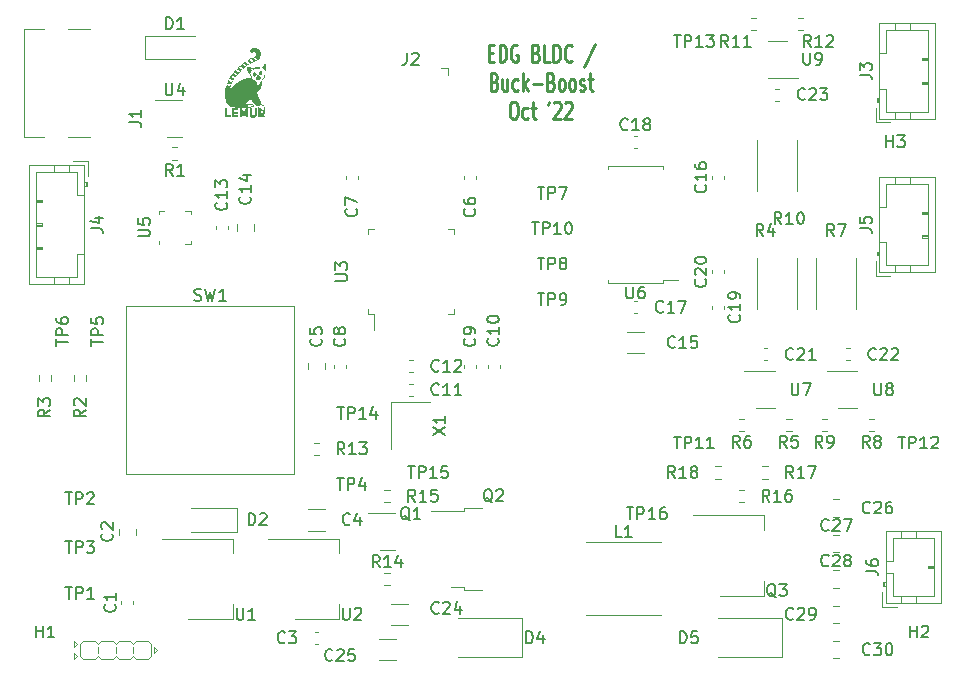
<source format=gbr>
G04 #@! TF.GenerationSoftware,KiCad,Pcbnew,(6.0.8)*
G04 #@! TF.CreationDate,2022-10-26T00:02:16-07:00*
G04 #@! TF.ProjectId,BldcDriverBoard,426c6463-4472-4697-9665-72426f617264,rev?*
G04 #@! TF.SameCoordinates,Original*
G04 #@! TF.FileFunction,Legend,Top*
G04 #@! TF.FilePolarity,Positive*
%FSLAX46Y46*%
G04 Gerber Fmt 4.6, Leading zero omitted, Abs format (unit mm)*
G04 Created by KiCad (PCBNEW (6.0.8)) date 2022-10-26 00:02:16*
%MOMM*%
%LPD*%
G01*
G04 APERTURE LIST*
%ADD10C,0.250000*%
%ADD11C,0.150000*%
%ADD12C,0.120000*%
%ADD13C,0.100000*%
G04 APERTURE END LIST*
D10*
X147595238Y-55477857D02*
X147928571Y-55477857D01*
X148071428Y-56263571D02*
X147595238Y-56263571D01*
X147595238Y-54763571D01*
X148071428Y-54763571D01*
X148500000Y-56263571D02*
X148500000Y-54763571D01*
X148738095Y-54763571D01*
X148880952Y-54835000D01*
X148976190Y-54977857D01*
X149023809Y-55120714D01*
X149071428Y-55406428D01*
X149071428Y-55620714D01*
X149023809Y-55906428D01*
X148976190Y-56049285D01*
X148880952Y-56192142D01*
X148738095Y-56263571D01*
X148500000Y-56263571D01*
X150023809Y-54835000D02*
X149928571Y-54763571D01*
X149785714Y-54763571D01*
X149642857Y-54835000D01*
X149547619Y-54977857D01*
X149500000Y-55120714D01*
X149452380Y-55406428D01*
X149452380Y-55620714D01*
X149500000Y-55906428D01*
X149547619Y-56049285D01*
X149642857Y-56192142D01*
X149785714Y-56263571D01*
X149880952Y-56263571D01*
X150023809Y-56192142D01*
X150071428Y-56120714D01*
X150071428Y-55620714D01*
X149880952Y-55620714D01*
X151595238Y-55477857D02*
X151738095Y-55549285D01*
X151785714Y-55620714D01*
X151833333Y-55763571D01*
X151833333Y-55977857D01*
X151785714Y-56120714D01*
X151738095Y-56192142D01*
X151642857Y-56263571D01*
X151261904Y-56263571D01*
X151261904Y-54763571D01*
X151595238Y-54763571D01*
X151690476Y-54835000D01*
X151738095Y-54906428D01*
X151785714Y-55049285D01*
X151785714Y-55192142D01*
X151738095Y-55335000D01*
X151690476Y-55406428D01*
X151595238Y-55477857D01*
X151261904Y-55477857D01*
X152738095Y-56263571D02*
X152261904Y-56263571D01*
X152261904Y-54763571D01*
X153071428Y-56263571D02*
X153071428Y-54763571D01*
X153309523Y-54763571D01*
X153452380Y-54835000D01*
X153547619Y-54977857D01*
X153595238Y-55120714D01*
X153642857Y-55406428D01*
X153642857Y-55620714D01*
X153595238Y-55906428D01*
X153547619Y-56049285D01*
X153452380Y-56192142D01*
X153309523Y-56263571D01*
X153071428Y-56263571D01*
X154642857Y-56120714D02*
X154595238Y-56192142D01*
X154452380Y-56263571D01*
X154357142Y-56263571D01*
X154214285Y-56192142D01*
X154119047Y-56049285D01*
X154071428Y-55906428D01*
X154023809Y-55620714D01*
X154023809Y-55406428D01*
X154071428Y-55120714D01*
X154119047Y-54977857D01*
X154214285Y-54835000D01*
X154357142Y-54763571D01*
X154452380Y-54763571D01*
X154595238Y-54835000D01*
X154642857Y-54906428D01*
X156547619Y-54692142D02*
X155690476Y-56620714D01*
X148071428Y-57892857D02*
X148214285Y-57964285D01*
X148261904Y-58035714D01*
X148309523Y-58178571D01*
X148309523Y-58392857D01*
X148261904Y-58535714D01*
X148214285Y-58607142D01*
X148119047Y-58678571D01*
X147738095Y-58678571D01*
X147738095Y-57178571D01*
X148071428Y-57178571D01*
X148166666Y-57250000D01*
X148214285Y-57321428D01*
X148261904Y-57464285D01*
X148261904Y-57607142D01*
X148214285Y-57750000D01*
X148166666Y-57821428D01*
X148071428Y-57892857D01*
X147738095Y-57892857D01*
X149166666Y-57678571D02*
X149166666Y-58678571D01*
X148738095Y-57678571D02*
X148738095Y-58464285D01*
X148785714Y-58607142D01*
X148880952Y-58678571D01*
X149023809Y-58678571D01*
X149119047Y-58607142D01*
X149166666Y-58535714D01*
X150071428Y-58607142D02*
X149976190Y-58678571D01*
X149785714Y-58678571D01*
X149690476Y-58607142D01*
X149642857Y-58535714D01*
X149595238Y-58392857D01*
X149595238Y-57964285D01*
X149642857Y-57821428D01*
X149690476Y-57750000D01*
X149785714Y-57678571D01*
X149976190Y-57678571D01*
X150071428Y-57750000D01*
X150500000Y-58678571D02*
X150500000Y-57178571D01*
X150595238Y-58107142D02*
X150880952Y-58678571D01*
X150880952Y-57678571D02*
X150500000Y-58250000D01*
X151309523Y-58107142D02*
X152071428Y-58107142D01*
X152880952Y-57892857D02*
X153023809Y-57964285D01*
X153071428Y-58035714D01*
X153119047Y-58178571D01*
X153119047Y-58392857D01*
X153071428Y-58535714D01*
X153023809Y-58607142D01*
X152928571Y-58678571D01*
X152547619Y-58678571D01*
X152547619Y-57178571D01*
X152880952Y-57178571D01*
X152976190Y-57250000D01*
X153023809Y-57321428D01*
X153071428Y-57464285D01*
X153071428Y-57607142D01*
X153023809Y-57750000D01*
X152976190Y-57821428D01*
X152880952Y-57892857D01*
X152547619Y-57892857D01*
X153690476Y-58678571D02*
X153595238Y-58607142D01*
X153547619Y-58535714D01*
X153500000Y-58392857D01*
X153500000Y-57964285D01*
X153547619Y-57821428D01*
X153595238Y-57750000D01*
X153690476Y-57678571D01*
X153833333Y-57678571D01*
X153928571Y-57750000D01*
X153976190Y-57821428D01*
X154023809Y-57964285D01*
X154023809Y-58392857D01*
X153976190Y-58535714D01*
X153928571Y-58607142D01*
X153833333Y-58678571D01*
X153690476Y-58678571D01*
X154595238Y-58678571D02*
X154500000Y-58607142D01*
X154452380Y-58535714D01*
X154404761Y-58392857D01*
X154404761Y-57964285D01*
X154452380Y-57821428D01*
X154500000Y-57750000D01*
X154595238Y-57678571D01*
X154738095Y-57678571D01*
X154833333Y-57750000D01*
X154880952Y-57821428D01*
X154928571Y-57964285D01*
X154928571Y-58392857D01*
X154880952Y-58535714D01*
X154833333Y-58607142D01*
X154738095Y-58678571D01*
X154595238Y-58678571D01*
X155309523Y-58607142D02*
X155404761Y-58678571D01*
X155595238Y-58678571D01*
X155690476Y-58607142D01*
X155738095Y-58464285D01*
X155738095Y-58392857D01*
X155690476Y-58250000D01*
X155595238Y-58178571D01*
X155452380Y-58178571D01*
X155357142Y-58107142D01*
X155309523Y-57964285D01*
X155309523Y-57892857D01*
X155357142Y-57750000D01*
X155452380Y-57678571D01*
X155595238Y-57678571D01*
X155690476Y-57750000D01*
X156023809Y-57678571D02*
X156404761Y-57678571D01*
X156166666Y-57178571D02*
X156166666Y-58464285D01*
X156214285Y-58607142D01*
X156309523Y-58678571D01*
X156404761Y-58678571D01*
X149619047Y-59593571D02*
X149809523Y-59593571D01*
X149904761Y-59665000D01*
X150000000Y-59807857D01*
X150047619Y-60093571D01*
X150047619Y-60593571D01*
X150000000Y-60879285D01*
X149904761Y-61022142D01*
X149809523Y-61093571D01*
X149619047Y-61093571D01*
X149523809Y-61022142D01*
X149428571Y-60879285D01*
X149380952Y-60593571D01*
X149380952Y-60093571D01*
X149428571Y-59807857D01*
X149523809Y-59665000D01*
X149619047Y-59593571D01*
X150904761Y-61022142D02*
X150809523Y-61093571D01*
X150619047Y-61093571D01*
X150523809Y-61022142D01*
X150476190Y-60950714D01*
X150428571Y-60807857D01*
X150428571Y-60379285D01*
X150476190Y-60236428D01*
X150523809Y-60165000D01*
X150619047Y-60093571D01*
X150809523Y-60093571D01*
X150904761Y-60165000D01*
X151190476Y-60093571D02*
X151571428Y-60093571D01*
X151333333Y-59593571D02*
X151333333Y-60879285D01*
X151380952Y-61022142D01*
X151476190Y-61093571D01*
X151571428Y-61093571D01*
X152714285Y-59593571D02*
X152619047Y-59879285D01*
X153095238Y-59736428D02*
X153142857Y-59665000D01*
X153238095Y-59593571D01*
X153476190Y-59593571D01*
X153571428Y-59665000D01*
X153619047Y-59736428D01*
X153666666Y-59879285D01*
X153666666Y-60022142D01*
X153619047Y-60236428D01*
X153047619Y-61093571D01*
X153666666Y-61093571D01*
X154047619Y-59736428D02*
X154095238Y-59665000D01*
X154190476Y-59593571D01*
X154428571Y-59593571D01*
X154523809Y-59665000D01*
X154571428Y-59736428D01*
X154619047Y-59879285D01*
X154619047Y-60022142D01*
X154571428Y-60236428D01*
X154000000Y-61093571D01*
X154619047Y-61093571D01*
D11*
X142902380Y-87809523D02*
X143902380Y-87142857D01*
X142902380Y-87142857D02*
X143902380Y-87809523D01*
X143902380Y-86238095D02*
X143902380Y-86809523D01*
X143902380Y-86523809D02*
X142902380Y-86523809D01*
X143045238Y-86619047D01*
X143140476Y-86714285D01*
X143188095Y-86809523D01*
X134761904Y-85452380D02*
X135333333Y-85452380D01*
X135047619Y-86452380D02*
X135047619Y-85452380D01*
X135666666Y-86452380D02*
X135666666Y-85452380D01*
X136047619Y-85452380D01*
X136142857Y-85500000D01*
X136190476Y-85547619D01*
X136238095Y-85642857D01*
X136238095Y-85785714D01*
X136190476Y-85880952D01*
X136142857Y-85928571D01*
X136047619Y-85976190D01*
X135666666Y-85976190D01*
X137190476Y-86452380D02*
X136619047Y-86452380D01*
X136904761Y-86452380D02*
X136904761Y-85452380D01*
X136809523Y-85595238D01*
X136714285Y-85690476D01*
X136619047Y-85738095D01*
X138047619Y-85785714D02*
X138047619Y-86452380D01*
X137809523Y-85404761D02*
X137571428Y-86119047D01*
X138190476Y-86119047D01*
X140761904Y-90452380D02*
X141333333Y-90452380D01*
X141047619Y-91452380D02*
X141047619Y-90452380D01*
X141666666Y-91452380D02*
X141666666Y-90452380D01*
X142047619Y-90452380D01*
X142142857Y-90500000D01*
X142190476Y-90547619D01*
X142238095Y-90642857D01*
X142238095Y-90785714D01*
X142190476Y-90880952D01*
X142142857Y-90928571D01*
X142047619Y-90976190D01*
X141666666Y-90976190D01*
X143190476Y-91452380D02*
X142619047Y-91452380D01*
X142904761Y-91452380D02*
X142904761Y-90452380D01*
X142809523Y-90595238D01*
X142714285Y-90690476D01*
X142619047Y-90738095D01*
X144095238Y-90452380D02*
X143619047Y-90452380D01*
X143571428Y-90928571D01*
X143619047Y-90880952D01*
X143714285Y-90833333D01*
X143952380Y-90833333D01*
X144047619Y-90880952D01*
X144095238Y-90928571D01*
X144142857Y-91023809D01*
X144142857Y-91261904D01*
X144095238Y-91357142D01*
X144047619Y-91404761D01*
X143952380Y-91452380D01*
X143714285Y-91452380D01*
X143619047Y-91404761D01*
X143571428Y-91357142D01*
X159261904Y-93952380D02*
X159833333Y-93952380D01*
X159547619Y-94952380D02*
X159547619Y-93952380D01*
X160166666Y-94952380D02*
X160166666Y-93952380D01*
X160547619Y-93952380D01*
X160642857Y-94000000D01*
X160690476Y-94047619D01*
X160738095Y-94142857D01*
X160738095Y-94285714D01*
X160690476Y-94380952D01*
X160642857Y-94428571D01*
X160547619Y-94476190D01*
X160166666Y-94476190D01*
X161690476Y-94952380D02*
X161119047Y-94952380D01*
X161404761Y-94952380D02*
X161404761Y-93952380D01*
X161309523Y-94095238D01*
X161214285Y-94190476D01*
X161119047Y-94238095D01*
X162547619Y-93952380D02*
X162357142Y-93952380D01*
X162261904Y-94000000D01*
X162214285Y-94047619D01*
X162119047Y-94190476D01*
X162071428Y-94380952D01*
X162071428Y-94761904D01*
X162119047Y-94857142D01*
X162166666Y-94904761D01*
X162261904Y-94952380D01*
X162452380Y-94952380D01*
X162547619Y-94904761D01*
X162595238Y-94857142D01*
X162642857Y-94761904D01*
X162642857Y-94523809D01*
X162595238Y-94428571D01*
X162547619Y-94380952D01*
X162452380Y-94333333D01*
X162261904Y-94333333D01*
X162166666Y-94380952D01*
X162119047Y-94428571D01*
X162071428Y-94523809D01*
X171357142Y-93452380D02*
X171023809Y-92976190D01*
X170785714Y-93452380D02*
X170785714Y-92452380D01*
X171166666Y-92452380D01*
X171261904Y-92500000D01*
X171309523Y-92547619D01*
X171357142Y-92642857D01*
X171357142Y-92785714D01*
X171309523Y-92880952D01*
X171261904Y-92928571D01*
X171166666Y-92976190D01*
X170785714Y-92976190D01*
X172309523Y-93452380D02*
X171738095Y-93452380D01*
X172023809Y-93452380D02*
X172023809Y-92452380D01*
X171928571Y-92595238D01*
X171833333Y-92690476D01*
X171738095Y-92738095D01*
X173166666Y-92452380D02*
X172976190Y-92452380D01*
X172880952Y-92500000D01*
X172833333Y-92547619D01*
X172738095Y-92690476D01*
X172690476Y-92880952D01*
X172690476Y-93261904D01*
X172738095Y-93357142D01*
X172785714Y-93404761D01*
X172880952Y-93452380D01*
X173071428Y-93452380D01*
X173166666Y-93404761D01*
X173214285Y-93357142D01*
X173261904Y-93261904D01*
X173261904Y-93023809D01*
X173214285Y-92928571D01*
X173166666Y-92880952D01*
X173071428Y-92833333D01*
X172880952Y-92833333D01*
X172785714Y-92880952D01*
X172738095Y-92928571D01*
X172690476Y-93023809D01*
X141357142Y-93452380D02*
X141023809Y-92976190D01*
X140785714Y-93452380D02*
X140785714Y-92452380D01*
X141166666Y-92452380D01*
X141261904Y-92500000D01*
X141309523Y-92547619D01*
X141357142Y-92642857D01*
X141357142Y-92785714D01*
X141309523Y-92880952D01*
X141261904Y-92928571D01*
X141166666Y-92976190D01*
X140785714Y-92976190D01*
X142309523Y-93452380D02*
X141738095Y-93452380D01*
X142023809Y-93452380D02*
X142023809Y-92452380D01*
X141928571Y-92595238D01*
X141833333Y-92690476D01*
X141738095Y-92738095D01*
X143214285Y-92452380D02*
X142738095Y-92452380D01*
X142690476Y-92928571D01*
X142738095Y-92880952D01*
X142833333Y-92833333D01*
X143071428Y-92833333D01*
X143166666Y-92880952D01*
X143214285Y-92928571D01*
X143261904Y-93023809D01*
X143261904Y-93261904D01*
X143214285Y-93357142D01*
X143166666Y-93404761D01*
X143071428Y-93452380D01*
X142833333Y-93452380D01*
X142738095Y-93404761D01*
X142690476Y-93357142D01*
X151738095Y-66802380D02*
X152309523Y-66802380D01*
X152023809Y-67802380D02*
X152023809Y-66802380D01*
X152642857Y-67802380D02*
X152642857Y-66802380D01*
X153023809Y-66802380D01*
X153119047Y-66850000D01*
X153166666Y-66897619D01*
X153214285Y-66992857D01*
X153214285Y-67135714D01*
X153166666Y-67230952D01*
X153119047Y-67278571D01*
X153023809Y-67326190D01*
X152642857Y-67326190D01*
X153547619Y-66802380D02*
X154214285Y-66802380D01*
X153785714Y-67802380D01*
X151261904Y-69802380D02*
X151833333Y-69802380D01*
X151547619Y-70802380D02*
X151547619Y-69802380D01*
X152166666Y-70802380D02*
X152166666Y-69802380D01*
X152547619Y-69802380D01*
X152642857Y-69850000D01*
X152690476Y-69897619D01*
X152738095Y-69992857D01*
X152738095Y-70135714D01*
X152690476Y-70230952D01*
X152642857Y-70278571D01*
X152547619Y-70326190D01*
X152166666Y-70326190D01*
X153690476Y-70802380D02*
X153119047Y-70802380D01*
X153404761Y-70802380D02*
X153404761Y-69802380D01*
X153309523Y-69945238D01*
X153214285Y-70040476D01*
X153119047Y-70088095D01*
X154309523Y-69802380D02*
X154404761Y-69802380D01*
X154500000Y-69850000D01*
X154547619Y-69897619D01*
X154595238Y-69992857D01*
X154642857Y-70183333D01*
X154642857Y-70421428D01*
X154595238Y-70611904D01*
X154547619Y-70707142D01*
X154500000Y-70754761D01*
X154404761Y-70802380D01*
X154309523Y-70802380D01*
X154214285Y-70754761D01*
X154166666Y-70707142D01*
X154119047Y-70611904D01*
X154071428Y-70421428D01*
X154071428Y-70183333D01*
X154119047Y-69992857D01*
X154166666Y-69897619D01*
X154214285Y-69850000D01*
X154309523Y-69802380D01*
X163261904Y-53952380D02*
X163833333Y-53952380D01*
X163547619Y-54952380D02*
X163547619Y-53952380D01*
X164166666Y-54952380D02*
X164166666Y-53952380D01*
X164547619Y-53952380D01*
X164642857Y-54000000D01*
X164690476Y-54047619D01*
X164738095Y-54142857D01*
X164738095Y-54285714D01*
X164690476Y-54380952D01*
X164642857Y-54428571D01*
X164547619Y-54476190D01*
X164166666Y-54476190D01*
X165690476Y-54952380D02*
X165119047Y-54952380D01*
X165404761Y-54952380D02*
X165404761Y-53952380D01*
X165309523Y-54095238D01*
X165214285Y-54190476D01*
X165119047Y-54238095D01*
X166023809Y-53952380D02*
X166642857Y-53952380D01*
X166309523Y-54333333D01*
X166452380Y-54333333D01*
X166547619Y-54380952D01*
X166595238Y-54428571D01*
X166642857Y-54523809D01*
X166642857Y-54761904D01*
X166595238Y-54857142D01*
X166547619Y-54904761D01*
X166452380Y-54952380D01*
X166166666Y-54952380D01*
X166071428Y-54904761D01*
X166023809Y-54857142D01*
X182261904Y-87952380D02*
X182833333Y-87952380D01*
X182547619Y-88952380D02*
X182547619Y-87952380D01*
X183166666Y-88952380D02*
X183166666Y-87952380D01*
X183547619Y-87952380D01*
X183642857Y-88000000D01*
X183690476Y-88047619D01*
X183738095Y-88142857D01*
X183738095Y-88285714D01*
X183690476Y-88380952D01*
X183642857Y-88428571D01*
X183547619Y-88476190D01*
X183166666Y-88476190D01*
X184690476Y-88952380D02*
X184119047Y-88952380D01*
X184404761Y-88952380D02*
X184404761Y-87952380D01*
X184309523Y-88095238D01*
X184214285Y-88190476D01*
X184119047Y-88238095D01*
X185071428Y-88047619D02*
X185119047Y-88000000D01*
X185214285Y-87952380D01*
X185452380Y-87952380D01*
X185547619Y-88000000D01*
X185595238Y-88047619D01*
X185642857Y-88142857D01*
X185642857Y-88238095D01*
X185595238Y-88380952D01*
X185023809Y-88952380D01*
X185642857Y-88952380D01*
X151738095Y-72802380D02*
X152309523Y-72802380D01*
X152023809Y-73802380D02*
X152023809Y-72802380D01*
X152642857Y-73802380D02*
X152642857Y-72802380D01*
X153023809Y-72802380D01*
X153119047Y-72850000D01*
X153166666Y-72897619D01*
X153214285Y-72992857D01*
X153214285Y-73135714D01*
X153166666Y-73230952D01*
X153119047Y-73278571D01*
X153023809Y-73326190D01*
X152642857Y-73326190D01*
X153785714Y-73230952D02*
X153690476Y-73183333D01*
X153642857Y-73135714D01*
X153595238Y-73040476D01*
X153595238Y-72992857D01*
X153642857Y-72897619D01*
X153690476Y-72850000D01*
X153785714Y-72802380D01*
X153976190Y-72802380D01*
X154071428Y-72850000D01*
X154119047Y-72897619D01*
X154166666Y-72992857D01*
X154166666Y-73040476D01*
X154119047Y-73135714D01*
X154071428Y-73183333D01*
X153976190Y-73230952D01*
X153785714Y-73230952D01*
X153690476Y-73278571D01*
X153642857Y-73326190D01*
X153595238Y-73421428D01*
X153595238Y-73611904D01*
X153642857Y-73707142D01*
X153690476Y-73754761D01*
X153785714Y-73802380D01*
X153976190Y-73802380D01*
X154071428Y-73754761D01*
X154119047Y-73707142D01*
X154166666Y-73611904D01*
X154166666Y-73421428D01*
X154119047Y-73326190D01*
X154071428Y-73278571D01*
X153976190Y-73230952D01*
X163261904Y-87952380D02*
X163833333Y-87952380D01*
X163547619Y-88952380D02*
X163547619Y-87952380D01*
X164166666Y-88952380D02*
X164166666Y-87952380D01*
X164547619Y-87952380D01*
X164642857Y-88000000D01*
X164690476Y-88047619D01*
X164738095Y-88142857D01*
X164738095Y-88285714D01*
X164690476Y-88380952D01*
X164642857Y-88428571D01*
X164547619Y-88476190D01*
X164166666Y-88476190D01*
X165690476Y-88952380D02*
X165119047Y-88952380D01*
X165404761Y-88952380D02*
X165404761Y-87952380D01*
X165309523Y-88095238D01*
X165214285Y-88190476D01*
X165119047Y-88238095D01*
X166642857Y-88952380D02*
X166071428Y-88952380D01*
X166357142Y-88952380D02*
X166357142Y-87952380D01*
X166261904Y-88095238D01*
X166166666Y-88190476D01*
X166071428Y-88238095D01*
X151738095Y-75802380D02*
X152309523Y-75802380D01*
X152023809Y-76802380D02*
X152023809Y-75802380D01*
X152642857Y-76802380D02*
X152642857Y-75802380D01*
X153023809Y-75802380D01*
X153119047Y-75850000D01*
X153166666Y-75897619D01*
X153214285Y-75992857D01*
X153214285Y-76135714D01*
X153166666Y-76230952D01*
X153119047Y-76278571D01*
X153023809Y-76326190D01*
X152642857Y-76326190D01*
X153690476Y-76802380D02*
X153880952Y-76802380D01*
X153976190Y-76754761D01*
X154023809Y-76707142D01*
X154119047Y-76564285D01*
X154166666Y-76373809D01*
X154166666Y-75992857D01*
X154119047Y-75897619D01*
X154071428Y-75850000D01*
X153976190Y-75802380D01*
X153785714Y-75802380D01*
X153690476Y-75850000D01*
X153642857Y-75897619D01*
X153595238Y-75992857D01*
X153595238Y-76230952D01*
X153642857Y-76326190D01*
X153690476Y-76373809D01*
X153785714Y-76421428D01*
X153976190Y-76421428D01*
X154071428Y-76373809D01*
X154119047Y-76326190D01*
X154166666Y-76230952D01*
X176357142Y-98857142D02*
X176309523Y-98904761D01*
X176166666Y-98952380D01*
X176071428Y-98952380D01*
X175928571Y-98904761D01*
X175833333Y-98809523D01*
X175785714Y-98714285D01*
X175738095Y-98523809D01*
X175738095Y-98380952D01*
X175785714Y-98190476D01*
X175833333Y-98095238D01*
X175928571Y-98000000D01*
X176071428Y-97952380D01*
X176166666Y-97952380D01*
X176309523Y-98000000D01*
X176357142Y-98047619D01*
X176738095Y-98047619D02*
X176785714Y-98000000D01*
X176880952Y-97952380D01*
X177119047Y-97952380D01*
X177214285Y-98000000D01*
X177261904Y-98047619D01*
X177309523Y-98142857D01*
X177309523Y-98238095D01*
X177261904Y-98380952D01*
X176690476Y-98952380D01*
X177309523Y-98952380D01*
X177880952Y-98380952D02*
X177785714Y-98333333D01*
X177738095Y-98285714D01*
X177690476Y-98190476D01*
X177690476Y-98142857D01*
X177738095Y-98047619D01*
X177785714Y-98000000D01*
X177880952Y-97952380D01*
X178071428Y-97952380D01*
X178166666Y-98000000D01*
X178214285Y-98047619D01*
X178261904Y-98142857D01*
X178261904Y-98190476D01*
X178214285Y-98285714D01*
X178166666Y-98333333D01*
X178071428Y-98380952D01*
X177880952Y-98380952D01*
X177785714Y-98428571D01*
X177738095Y-98476190D01*
X177690476Y-98571428D01*
X177690476Y-98761904D01*
X177738095Y-98857142D01*
X177785714Y-98904761D01*
X177880952Y-98952380D01*
X178071428Y-98952380D01*
X178166666Y-98904761D01*
X178214285Y-98857142D01*
X178261904Y-98761904D01*
X178261904Y-98571428D01*
X178214285Y-98476190D01*
X178166666Y-98428571D01*
X178071428Y-98380952D01*
X181238095Y-63452380D02*
X181238095Y-62452380D01*
X181238095Y-62928571D02*
X181809523Y-62928571D01*
X181809523Y-63452380D02*
X181809523Y-62452380D01*
X182190476Y-62452380D02*
X182809523Y-62452380D01*
X182476190Y-62833333D01*
X182619047Y-62833333D01*
X182714285Y-62880952D01*
X182761904Y-62928571D01*
X182809523Y-63023809D01*
X182809523Y-63261904D01*
X182761904Y-63357142D01*
X182714285Y-63404761D01*
X182619047Y-63452380D01*
X182333333Y-63452380D01*
X182238095Y-63404761D01*
X182190476Y-63357142D01*
X120833333Y-65882380D02*
X120500000Y-65406190D01*
X120261904Y-65882380D02*
X120261904Y-64882380D01*
X120642857Y-64882380D01*
X120738095Y-64930000D01*
X120785714Y-64977619D01*
X120833333Y-65072857D01*
X120833333Y-65215714D01*
X120785714Y-65310952D01*
X120738095Y-65358571D01*
X120642857Y-65406190D01*
X120261904Y-65406190D01*
X121785714Y-65882380D02*
X121214285Y-65882380D01*
X121500000Y-65882380D02*
X121500000Y-64882380D01*
X121404761Y-65025238D01*
X121309523Y-65120476D01*
X121214285Y-65168095D01*
X163357142Y-80357142D02*
X163309523Y-80404761D01*
X163166666Y-80452380D01*
X163071428Y-80452380D01*
X162928571Y-80404761D01*
X162833333Y-80309523D01*
X162785714Y-80214285D01*
X162738095Y-80023809D01*
X162738095Y-79880952D01*
X162785714Y-79690476D01*
X162833333Y-79595238D01*
X162928571Y-79500000D01*
X163071428Y-79452380D01*
X163166666Y-79452380D01*
X163309523Y-79500000D01*
X163357142Y-79547619D01*
X164309523Y-80452380D02*
X163738095Y-80452380D01*
X164023809Y-80452380D02*
X164023809Y-79452380D01*
X163928571Y-79595238D01*
X163833333Y-79690476D01*
X163738095Y-79738095D01*
X165214285Y-79452380D02*
X164738095Y-79452380D01*
X164690476Y-79928571D01*
X164738095Y-79880952D01*
X164833333Y-79833333D01*
X165071428Y-79833333D01*
X165166666Y-79880952D01*
X165214285Y-79928571D01*
X165261904Y-80023809D01*
X165261904Y-80261904D01*
X165214285Y-80357142D01*
X165166666Y-80404761D01*
X165071428Y-80452380D01*
X164833333Y-80452380D01*
X164738095Y-80404761D01*
X164690476Y-80357142D01*
X120261904Y-53452380D02*
X120261904Y-52452380D01*
X120500000Y-52452380D01*
X120642857Y-52500000D01*
X120738095Y-52595238D01*
X120785714Y-52690476D01*
X120833333Y-52880952D01*
X120833333Y-53023809D01*
X120785714Y-53214285D01*
X120738095Y-53309523D01*
X120642857Y-53404761D01*
X120500000Y-53452380D01*
X120261904Y-53452380D01*
X121785714Y-53452380D02*
X121214285Y-53452380D01*
X121500000Y-53452380D02*
X121500000Y-52452380D01*
X121404761Y-52595238D01*
X121309523Y-52690476D01*
X121214285Y-52738095D01*
X127261904Y-95452380D02*
X127261904Y-94452380D01*
X127500000Y-94452380D01*
X127642857Y-94500000D01*
X127738095Y-94595238D01*
X127785714Y-94690476D01*
X127833333Y-94880952D01*
X127833333Y-95023809D01*
X127785714Y-95214285D01*
X127738095Y-95309523D01*
X127642857Y-95404761D01*
X127500000Y-95452380D01*
X127261904Y-95452380D01*
X128214285Y-94547619D02*
X128261904Y-94500000D01*
X128357142Y-94452380D01*
X128595238Y-94452380D01*
X128690476Y-94500000D01*
X128738095Y-94547619D01*
X128785714Y-94642857D01*
X128785714Y-94738095D01*
X128738095Y-94880952D01*
X128166666Y-95452380D01*
X128785714Y-95452380D01*
X143357142Y-84357142D02*
X143309523Y-84404761D01*
X143166666Y-84452380D01*
X143071428Y-84452380D01*
X142928571Y-84404761D01*
X142833333Y-84309523D01*
X142785714Y-84214285D01*
X142738095Y-84023809D01*
X142738095Y-83880952D01*
X142785714Y-83690476D01*
X142833333Y-83595238D01*
X142928571Y-83500000D01*
X143071428Y-83452380D01*
X143166666Y-83452380D01*
X143309523Y-83500000D01*
X143357142Y-83547619D01*
X144309523Y-84452380D02*
X143738095Y-84452380D01*
X144023809Y-84452380D02*
X144023809Y-83452380D01*
X143928571Y-83595238D01*
X143833333Y-83690476D01*
X143738095Y-83738095D01*
X145261904Y-84452380D02*
X144690476Y-84452380D01*
X144976190Y-84452380D02*
X144976190Y-83452380D01*
X144880952Y-83595238D01*
X144785714Y-83690476D01*
X144690476Y-83738095D01*
X176357142Y-95857142D02*
X176309523Y-95904761D01*
X176166666Y-95952380D01*
X176071428Y-95952380D01*
X175928571Y-95904761D01*
X175833333Y-95809523D01*
X175785714Y-95714285D01*
X175738095Y-95523809D01*
X175738095Y-95380952D01*
X175785714Y-95190476D01*
X175833333Y-95095238D01*
X175928571Y-95000000D01*
X176071428Y-94952380D01*
X176166666Y-94952380D01*
X176309523Y-95000000D01*
X176357142Y-95047619D01*
X176738095Y-95047619D02*
X176785714Y-95000000D01*
X176880952Y-94952380D01*
X177119047Y-94952380D01*
X177214285Y-95000000D01*
X177261904Y-95047619D01*
X177309523Y-95142857D01*
X177309523Y-95238095D01*
X177261904Y-95380952D01*
X176690476Y-95952380D01*
X177309523Y-95952380D01*
X177642857Y-94952380D02*
X178309523Y-94952380D01*
X177880952Y-95952380D01*
X171904761Y-101547619D02*
X171809523Y-101500000D01*
X171714285Y-101404761D01*
X171571428Y-101261904D01*
X171476190Y-101214285D01*
X171380952Y-101214285D01*
X171428571Y-101452380D02*
X171333333Y-101404761D01*
X171238095Y-101309523D01*
X171190476Y-101119047D01*
X171190476Y-100785714D01*
X171238095Y-100595238D01*
X171333333Y-100500000D01*
X171428571Y-100452380D01*
X171619047Y-100452380D01*
X171714285Y-100500000D01*
X171809523Y-100595238D01*
X171857142Y-100785714D01*
X171857142Y-101119047D01*
X171809523Y-101309523D01*
X171714285Y-101404761D01*
X171619047Y-101452380D01*
X171428571Y-101452380D01*
X172190476Y-100452380D02*
X172809523Y-100452380D01*
X172476190Y-100833333D01*
X172619047Y-100833333D01*
X172714285Y-100880952D01*
X172761904Y-100928571D01*
X172809523Y-101023809D01*
X172809523Y-101261904D01*
X172761904Y-101357142D01*
X172714285Y-101404761D01*
X172619047Y-101452380D01*
X172333333Y-101452380D01*
X172238095Y-101404761D01*
X172190476Y-101357142D01*
X183238095Y-104952380D02*
X183238095Y-103952380D01*
X183238095Y-104428571D02*
X183809523Y-104428571D01*
X183809523Y-104952380D02*
X183809523Y-103952380D01*
X184238095Y-104047619D02*
X184285714Y-104000000D01*
X184380952Y-103952380D01*
X184619047Y-103952380D01*
X184714285Y-104000000D01*
X184761904Y-104047619D01*
X184809523Y-104142857D01*
X184809523Y-104238095D01*
X184761904Y-104380952D01*
X184190476Y-104952380D01*
X184809523Y-104952380D01*
X173357142Y-91452380D02*
X173023809Y-90976190D01*
X172785714Y-91452380D02*
X172785714Y-90452380D01*
X173166666Y-90452380D01*
X173261904Y-90500000D01*
X173309523Y-90547619D01*
X173357142Y-90642857D01*
X173357142Y-90785714D01*
X173309523Y-90880952D01*
X173261904Y-90928571D01*
X173166666Y-90976190D01*
X172785714Y-90976190D01*
X174309523Y-91452380D02*
X173738095Y-91452380D01*
X174023809Y-91452380D02*
X174023809Y-90452380D01*
X173928571Y-90595238D01*
X173833333Y-90690476D01*
X173738095Y-90738095D01*
X174642857Y-90452380D02*
X175309523Y-90452380D01*
X174880952Y-91452380D01*
X125357142Y-68142857D02*
X125404761Y-68190476D01*
X125452380Y-68333333D01*
X125452380Y-68428571D01*
X125404761Y-68571428D01*
X125309523Y-68666666D01*
X125214285Y-68714285D01*
X125023809Y-68761904D01*
X124880952Y-68761904D01*
X124690476Y-68714285D01*
X124595238Y-68666666D01*
X124500000Y-68571428D01*
X124452380Y-68428571D01*
X124452380Y-68333333D01*
X124500000Y-68190476D01*
X124547619Y-68142857D01*
X125452380Y-67190476D02*
X125452380Y-67761904D01*
X125452380Y-67476190D02*
X124452380Y-67476190D01*
X124595238Y-67571428D01*
X124690476Y-67666666D01*
X124738095Y-67761904D01*
X124452380Y-66857142D02*
X124452380Y-66238095D01*
X124833333Y-66571428D01*
X124833333Y-66428571D01*
X124880952Y-66333333D01*
X124928571Y-66285714D01*
X125023809Y-66238095D01*
X125261904Y-66238095D01*
X125357142Y-66285714D01*
X125404761Y-66333333D01*
X125452380Y-66428571D01*
X125452380Y-66714285D01*
X125404761Y-66809523D01*
X125357142Y-66857142D01*
X133357142Y-79666666D02*
X133404761Y-79714285D01*
X133452380Y-79857142D01*
X133452380Y-79952380D01*
X133404761Y-80095238D01*
X133309523Y-80190476D01*
X133214285Y-80238095D01*
X133023809Y-80285714D01*
X132880952Y-80285714D01*
X132690476Y-80238095D01*
X132595238Y-80190476D01*
X132500000Y-80095238D01*
X132452380Y-79952380D01*
X132452380Y-79857142D01*
X132500000Y-79714285D01*
X132547619Y-79666666D01*
X132452380Y-78761904D02*
X132452380Y-79238095D01*
X132928571Y-79285714D01*
X132880952Y-79238095D01*
X132833333Y-79142857D01*
X132833333Y-78904761D01*
X132880952Y-78809523D01*
X132928571Y-78761904D01*
X133023809Y-78714285D01*
X133261904Y-78714285D01*
X133357142Y-78761904D01*
X133404761Y-78809523D01*
X133452380Y-78904761D01*
X133452380Y-79142857D01*
X133404761Y-79238095D01*
X133357142Y-79285714D01*
X136357142Y-68666666D02*
X136404761Y-68714285D01*
X136452380Y-68857142D01*
X136452380Y-68952380D01*
X136404761Y-69095238D01*
X136309523Y-69190476D01*
X136214285Y-69238095D01*
X136023809Y-69285714D01*
X135880952Y-69285714D01*
X135690476Y-69238095D01*
X135595238Y-69190476D01*
X135500000Y-69095238D01*
X135452380Y-68952380D01*
X135452380Y-68857142D01*
X135500000Y-68714285D01*
X135547619Y-68666666D01*
X135452380Y-68333333D02*
X135452380Y-67666666D01*
X136452380Y-68095238D01*
X159238095Y-75252380D02*
X159238095Y-76061904D01*
X159285714Y-76157142D01*
X159333333Y-76204761D01*
X159428571Y-76252380D01*
X159619047Y-76252380D01*
X159714285Y-76204761D01*
X159761904Y-76157142D01*
X159809523Y-76061904D01*
X159809523Y-75252380D01*
X160714285Y-75252380D02*
X160523809Y-75252380D01*
X160428571Y-75300000D01*
X160380952Y-75347619D01*
X160285714Y-75490476D01*
X160238095Y-75680952D01*
X160238095Y-76061904D01*
X160285714Y-76157142D01*
X160333333Y-76204761D01*
X160428571Y-76252380D01*
X160619047Y-76252380D01*
X160714285Y-76204761D01*
X160761904Y-76157142D01*
X160809523Y-76061904D01*
X160809523Y-75823809D01*
X160761904Y-75728571D01*
X160714285Y-75680952D01*
X160619047Y-75633333D01*
X160428571Y-75633333D01*
X160333333Y-75680952D01*
X160285714Y-75728571D01*
X160238095Y-75823809D01*
X168833333Y-88882380D02*
X168500000Y-88406190D01*
X168261904Y-88882380D02*
X168261904Y-87882380D01*
X168642857Y-87882380D01*
X168738095Y-87930000D01*
X168785714Y-87977619D01*
X168833333Y-88072857D01*
X168833333Y-88215714D01*
X168785714Y-88310952D01*
X168738095Y-88358571D01*
X168642857Y-88406190D01*
X168261904Y-88406190D01*
X169690476Y-87882380D02*
X169500000Y-87882380D01*
X169404761Y-87930000D01*
X169357142Y-87977619D01*
X169261904Y-88120476D01*
X169214285Y-88310952D01*
X169214285Y-88691904D01*
X169261904Y-88787142D01*
X169309523Y-88834761D01*
X169404761Y-88882380D01*
X169595238Y-88882380D01*
X169690476Y-88834761D01*
X169738095Y-88787142D01*
X169785714Y-88691904D01*
X169785714Y-88453809D01*
X169738095Y-88358571D01*
X169690476Y-88310952D01*
X169595238Y-88263333D01*
X169404761Y-88263333D01*
X169309523Y-88310952D01*
X169261904Y-88358571D01*
X169214285Y-88453809D01*
X174357142Y-59357142D02*
X174309523Y-59404761D01*
X174166666Y-59452380D01*
X174071428Y-59452380D01*
X173928571Y-59404761D01*
X173833333Y-59309523D01*
X173785714Y-59214285D01*
X173738095Y-59023809D01*
X173738095Y-58880952D01*
X173785714Y-58690476D01*
X173833333Y-58595238D01*
X173928571Y-58500000D01*
X174071428Y-58452380D01*
X174166666Y-58452380D01*
X174309523Y-58500000D01*
X174357142Y-58547619D01*
X174738095Y-58547619D02*
X174785714Y-58500000D01*
X174880952Y-58452380D01*
X175119047Y-58452380D01*
X175214285Y-58500000D01*
X175261904Y-58547619D01*
X175309523Y-58642857D01*
X175309523Y-58738095D01*
X175261904Y-58880952D01*
X174690476Y-59452380D01*
X175309523Y-59452380D01*
X175642857Y-58452380D02*
X176261904Y-58452380D01*
X175928571Y-58833333D01*
X176071428Y-58833333D01*
X176166666Y-58880952D01*
X176214285Y-58928571D01*
X176261904Y-59023809D01*
X176261904Y-59261904D01*
X176214285Y-59357142D01*
X176166666Y-59404761D01*
X176071428Y-59452380D01*
X175785714Y-59452380D01*
X175690476Y-59404761D01*
X175642857Y-59357142D01*
X138357142Y-99022380D02*
X138023809Y-98546190D01*
X137785714Y-99022380D02*
X137785714Y-98022380D01*
X138166666Y-98022380D01*
X138261904Y-98070000D01*
X138309523Y-98117619D01*
X138357142Y-98212857D01*
X138357142Y-98355714D01*
X138309523Y-98450952D01*
X138261904Y-98498571D01*
X138166666Y-98546190D01*
X137785714Y-98546190D01*
X139309523Y-99022380D02*
X138738095Y-99022380D01*
X139023809Y-99022380D02*
X139023809Y-98022380D01*
X138928571Y-98165238D01*
X138833333Y-98260476D01*
X138738095Y-98308095D01*
X140166666Y-98355714D02*
X140166666Y-99022380D01*
X139928571Y-97974761D02*
X139690476Y-98689047D01*
X140309523Y-98689047D01*
X179857142Y-106357142D02*
X179809523Y-106404761D01*
X179666666Y-106452380D01*
X179571428Y-106452380D01*
X179428571Y-106404761D01*
X179333333Y-106309523D01*
X179285714Y-106214285D01*
X179238095Y-106023809D01*
X179238095Y-105880952D01*
X179285714Y-105690476D01*
X179333333Y-105595238D01*
X179428571Y-105500000D01*
X179571428Y-105452380D01*
X179666666Y-105452380D01*
X179809523Y-105500000D01*
X179857142Y-105547619D01*
X180190476Y-105452380D02*
X180809523Y-105452380D01*
X180476190Y-105833333D01*
X180619047Y-105833333D01*
X180714285Y-105880952D01*
X180761904Y-105928571D01*
X180809523Y-106023809D01*
X180809523Y-106261904D01*
X180761904Y-106357142D01*
X180714285Y-106404761D01*
X180619047Y-106452380D01*
X180333333Y-106452380D01*
X180238095Y-106404761D01*
X180190476Y-106357142D01*
X181428571Y-105452380D02*
X181523809Y-105452380D01*
X181619047Y-105500000D01*
X181666666Y-105547619D01*
X181714285Y-105642857D01*
X181761904Y-105833333D01*
X181761904Y-106071428D01*
X181714285Y-106261904D01*
X181666666Y-106357142D01*
X181619047Y-106404761D01*
X181523809Y-106452380D01*
X181428571Y-106452380D01*
X181333333Y-106404761D01*
X181285714Y-106357142D01*
X181238095Y-106261904D01*
X181190476Y-106071428D01*
X181190476Y-105833333D01*
X181238095Y-105642857D01*
X181285714Y-105547619D01*
X181333333Y-105500000D01*
X181428571Y-105452380D01*
X163357142Y-91452380D02*
X163023809Y-90976190D01*
X162785714Y-91452380D02*
X162785714Y-90452380D01*
X163166666Y-90452380D01*
X163261904Y-90500000D01*
X163309523Y-90547619D01*
X163357142Y-90642857D01*
X163357142Y-90785714D01*
X163309523Y-90880952D01*
X163261904Y-90928571D01*
X163166666Y-90976190D01*
X162785714Y-90976190D01*
X164309523Y-91452380D02*
X163738095Y-91452380D01*
X164023809Y-91452380D02*
X164023809Y-90452380D01*
X163928571Y-90595238D01*
X163833333Y-90690476D01*
X163738095Y-90738095D01*
X164880952Y-90880952D02*
X164785714Y-90833333D01*
X164738095Y-90785714D01*
X164690476Y-90690476D01*
X164690476Y-90642857D01*
X164738095Y-90547619D01*
X164785714Y-90500000D01*
X164880952Y-90452380D01*
X165071428Y-90452380D01*
X165166666Y-90500000D01*
X165214285Y-90547619D01*
X165261904Y-90642857D01*
X165261904Y-90690476D01*
X165214285Y-90785714D01*
X165166666Y-90833333D01*
X165071428Y-90880952D01*
X164880952Y-90880952D01*
X164785714Y-90928571D01*
X164738095Y-90976190D01*
X164690476Y-91071428D01*
X164690476Y-91261904D01*
X164738095Y-91357142D01*
X164785714Y-91404761D01*
X164880952Y-91452380D01*
X165071428Y-91452380D01*
X165166666Y-91404761D01*
X165214285Y-91357142D01*
X165261904Y-91261904D01*
X165261904Y-91071428D01*
X165214285Y-90976190D01*
X165166666Y-90928571D01*
X165071428Y-90880952D01*
X173357142Y-103357142D02*
X173309523Y-103404761D01*
X173166666Y-103452380D01*
X173071428Y-103452380D01*
X172928571Y-103404761D01*
X172833333Y-103309523D01*
X172785714Y-103214285D01*
X172738095Y-103023809D01*
X172738095Y-102880952D01*
X172785714Y-102690476D01*
X172833333Y-102595238D01*
X172928571Y-102500000D01*
X173071428Y-102452380D01*
X173166666Y-102452380D01*
X173309523Y-102500000D01*
X173357142Y-102547619D01*
X173738095Y-102547619D02*
X173785714Y-102500000D01*
X173880952Y-102452380D01*
X174119047Y-102452380D01*
X174214285Y-102500000D01*
X174261904Y-102547619D01*
X174309523Y-102642857D01*
X174309523Y-102738095D01*
X174261904Y-102880952D01*
X173690476Y-103452380D01*
X174309523Y-103452380D01*
X174785714Y-103452380D02*
X174976190Y-103452380D01*
X175071428Y-103404761D01*
X175119047Y-103357142D01*
X175214285Y-103214285D01*
X175261904Y-103023809D01*
X175261904Y-102642857D01*
X175214285Y-102547619D01*
X175166666Y-102500000D01*
X175071428Y-102452380D01*
X174880952Y-102452380D01*
X174785714Y-102500000D01*
X174738095Y-102547619D01*
X174690476Y-102642857D01*
X174690476Y-102880952D01*
X174738095Y-102976190D01*
X174785714Y-103023809D01*
X174880952Y-103071428D01*
X175071428Y-103071428D01*
X175166666Y-103023809D01*
X175214285Y-102976190D01*
X175261904Y-102880952D01*
X172357142Y-69952380D02*
X172023809Y-69476190D01*
X171785714Y-69952380D02*
X171785714Y-68952380D01*
X172166666Y-68952380D01*
X172261904Y-69000000D01*
X172309523Y-69047619D01*
X172357142Y-69142857D01*
X172357142Y-69285714D01*
X172309523Y-69380952D01*
X172261904Y-69428571D01*
X172166666Y-69476190D01*
X171785714Y-69476190D01*
X173309523Y-69952380D02*
X172738095Y-69952380D01*
X173023809Y-69952380D02*
X173023809Y-68952380D01*
X172928571Y-69095238D01*
X172833333Y-69190476D01*
X172738095Y-69238095D01*
X173928571Y-68952380D02*
X174023809Y-68952380D01*
X174119047Y-69000000D01*
X174166666Y-69047619D01*
X174214285Y-69142857D01*
X174261904Y-69333333D01*
X174261904Y-69571428D01*
X174214285Y-69761904D01*
X174166666Y-69857142D01*
X174119047Y-69904761D01*
X174023809Y-69952380D01*
X173928571Y-69952380D01*
X173833333Y-69904761D01*
X173785714Y-69857142D01*
X173738095Y-69761904D01*
X173690476Y-69571428D01*
X173690476Y-69333333D01*
X173738095Y-69142857D01*
X173785714Y-69047619D01*
X173833333Y-69000000D01*
X173928571Y-68952380D01*
X113952380Y-80261904D02*
X113952380Y-79690476D01*
X114952380Y-79976190D02*
X113952380Y-79976190D01*
X114952380Y-79357142D02*
X113952380Y-79357142D01*
X113952380Y-78976190D01*
X114000000Y-78880952D01*
X114047619Y-78833333D01*
X114142857Y-78785714D01*
X114285714Y-78785714D01*
X114380952Y-78833333D01*
X114428571Y-78880952D01*
X114476190Y-78976190D01*
X114476190Y-79357142D01*
X113952380Y-77880952D02*
X113952380Y-78357142D01*
X114428571Y-78404761D01*
X114380952Y-78357142D01*
X114333333Y-78261904D01*
X114333333Y-78023809D01*
X114380952Y-77928571D01*
X114428571Y-77880952D01*
X114523809Y-77833333D01*
X114761904Y-77833333D01*
X114857142Y-77880952D01*
X114904761Y-77928571D01*
X114952380Y-78023809D01*
X114952380Y-78261904D01*
X114904761Y-78357142D01*
X114857142Y-78404761D01*
X180238095Y-83452380D02*
X180238095Y-84261904D01*
X180285714Y-84357142D01*
X180333333Y-84404761D01*
X180428571Y-84452380D01*
X180619047Y-84452380D01*
X180714285Y-84404761D01*
X180761904Y-84357142D01*
X180809523Y-84261904D01*
X180809523Y-83452380D01*
X181428571Y-83880952D02*
X181333333Y-83833333D01*
X181285714Y-83785714D01*
X181238095Y-83690476D01*
X181238095Y-83642857D01*
X181285714Y-83547619D01*
X181333333Y-83500000D01*
X181428571Y-83452380D01*
X181619047Y-83452380D01*
X181714285Y-83500000D01*
X181761904Y-83547619D01*
X181809523Y-83642857D01*
X181809523Y-83690476D01*
X181761904Y-83785714D01*
X181714285Y-83833333D01*
X181619047Y-83880952D01*
X181428571Y-83880952D01*
X181333333Y-83928571D01*
X181285714Y-83976190D01*
X181238095Y-84071428D01*
X181238095Y-84261904D01*
X181285714Y-84357142D01*
X181333333Y-84404761D01*
X181428571Y-84452380D01*
X181619047Y-84452380D01*
X181714285Y-84404761D01*
X181761904Y-84357142D01*
X181809523Y-84261904D01*
X181809523Y-84071428D01*
X181761904Y-83976190D01*
X181714285Y-83928571D01*
X181619047Y-83880952D01*
X167857142Y-54952380D02*
X167523809Y-54476190D01*
X167285714Y-54952380D02*
X167285714Y-53952380D01*
X167666666Y-53952380D01*
X167761904Y-54000000D01*
X167809523Y-54047619D01*
X167857142Y-54142857D01*
X167857142Y-54285714D01*
X167809523Y-54380952D01*
X167761904Y-54428571D01*
X167666666Y-54476190D01*
X167285714Y-54476190D01*
X168809523Y-54952380D02*
X168238095Y-54952380D01*
X168523809Y-54952380D02*
X168523809Y-53952380D01*
X168428571Y-54095238D01*
X168333333Y-54190476D01*
X168238095Y-54238095D01*
X169761904Y-54952380D02*
X169190476Y-54952380D01*
X169476190Y-54952380D02*
X169476190Y-53952380D01*
X169380952Y-54095238D01*
X169285714Y-54190476D01*
X169190476Y-54238095D01*
X134738095Y-91452380D02*
X135309523Y-91452380D01*
X135023809Y-92452380D02*
X135023809Y-91452380D01*
X135642857Y-92452380D02*
X135642857Y-91452380D01*
X136023809Y-91452380D01*
X136119047Y-91500000D01*
X136166666Y-91547619D01*
X136214285Y-91642857D01*
X136214285Y-91785714D01*
X136166666Y-91880952D01*
X136119047Y-91928571D01*
X136023809Y-91976190D01*
X135642857Y-91976190D01*
X137071428Y-91785714D02*
X137071428Y-92452380D01*
X136833333Y-91404761D02*
X136595238Y-92119047D01*
X137214285Y-92119047D01*
X117167380Y-61333333D02*
X117881666Y-61333333D01*
X118024523Y-61380952D01*
X118119761Y-61476190D01*
X118167380Y-61619047D01*
X118167380Y-61714285D01*
X118167380Y-60333333D02*
X118167380Y-60904761D01*
X118167380Y-60619047D02*
X117167380Y-60619047D01*
X117310238Y-60714285D01*
X117405476Y-60809523D01*
X117453095Y-60904761D01*
X147904761Y-93522619D02*
X147809523Y-93475000D01*
X147714285Y-93379761D01*
X147571428Y-93236904D01*
X147476190Y-93189285D01*
X147380952Y-93189285D01*
X147428571Y-93427380D02*
X147333333Y-93379761D01*
X147238095Y-93284523D01*
X147190476Y-93094047D01*
X147190476Y-92760714D01*
X147238095Y-92570238D01*
X147333333Y-92475000D01*
X147428571Y-92427380D01*
X147619047Y-92427380D01*
X147714285Y-92475000D01*
X147809523Y-92570238D01*
X147857142Y-92760714D01*
X147857142Y-93094047D01*
X147809523Y-93284523D01*
X147714285Y-93379761D01*
X147619047Y-93427380D01*
X147428571Y-93427380D01*
X148238095Y-92522619D02*
X148285714Y-92475000D01*
X148380952Y-92427380D01*
X148619047Y-92427380D01*
X148714285Y-92475000D01*
X148761904Y-92522619D01*
X148809523Y-92617857D01*
X148809523Y-92713095D01*
X148761904Y-92855952D01*
X148190476Y-93427380D01*
X148809523Y-93427380D01*
X143357142Y-102857142D02*
X143309523Y-102904761D01*
X143166666Y-102952380D01*
X143071428Y-102952380D01*
X142928571Y-102904761D01*
X142833333Y-102809523D01*
X142785714Y-102714285D01*
X142738095Y-102523809D01*
X142738095Y-102380952D01*
X142785714Y-102190476D01*
X142833333Y-102095238D01*
X142928571Y-102000000D01*
X143071428Y-101952380D01*
X143166666Y-101952380D01*
X143309523Y-102000000D01*
X143357142Y-102047619D01*
X143738095Y-102047619D02*
X143785714Y-102000000D01*
X143880952Y-101952380D01*
X144119047Y-101952380D01*
X144214285Y-102000000D01*
X144261904Y-102047619D01*
X144309523Y-102142857D01*
X144309523Y-102238095D01*
X144261904Y-102380952D01*
X143690476Y-102952380D01*
X144309523Y-102952380D01*
X145166666Y-102285714D02*
X145166666Y-102952380D01*
X144928571Y-101904761D02*
X144690476Y-102619047D01*
X145309523Y-102619047D01*
X179552380Y-99333333D02*
X180266666Y-99333333D01*
X180409523Y-99380952D01*
X180504761Y-99476190D01*
X180552380Y-99619047D01*
X180552380Y-99714285D01*
X179552380Y-98428571D02*
X179552380Y-98619047D01*
X179600000Y-98714285D01*
X179647619Y-98761904D01*
X179790476Y-98857142D01*
X179980952Y-98904761D01*
X180361904Y-98904761D01*
X180457142Y-98857142D01*
X180504761Y-98809523D01*
X180552380Y-98714285D01*
X180552380Y-98523809D01*
X180504761Y-98428571D01*
X180457142Y-98380952D01*
X180361904Y-98333333D01*
X180123809Y-98333333D01*
X180028571Y-98380952D01*
X179980952Y-98428571D01*
X179933333Y-98523809D01*
X179933333Y-98714285D01*
X179980952Y-98809523D01*
X180028571Y-98857142D01*
X180123809Y-98904761D01*
X146357142Y-68666666D02*
X146404761Y-68714285D01*
X146452380Y-68857142D01*
X146452380Y-68952380D01*
X146404761Y-69095238D01*
X146309523Y-69190476D01*
X146214285Y-69238095D01*
X146023809Y-69285714D01*
X145880952Y-69285714D01*
X145690476Y-69238095D01*
X145595238Y-69190476D01*
X145500000Y-69095238D01*
X145452380Y-68952380D01*
X145452380Y-68857142D01*
X145500000Y-68714285D01*
X145547619Y-68666666D01*
X145452380Y-67809523D02*
X145452380Y-68000000D01*
X145500000Y-68095238D01*
X145547619Y-68142857D01*
X145690476Y-68238095D01*
X145880952Y-68285714D01*
X146261904Y-68285714D01*
X146357142Y-68238095D01*
X146404761Y-68190476D01*
X146452380Y-68095238D01*
X146452380Y-67904761D01*
X146404761Y-67809523D01*
X146357142Y-67761904D01*
X146261904Y-67714285D01*
X146023809Y-67714285D01*
X145928571Y-67761904D01*
X145880952Y-67809523D01*
X145833333Y-67904761D01*
X145833333Y-68095238D01*
X145880952Y-68190476D01*
X145928571Y-68238095D01*
X146023809Y-68285714D01*
X135238095Y-102452380D02*
X135238095Y-103261904D01*
X135285714Y-103357142D01*
X135333333Y-103404761D01*
X135428571Y-103452380D01*
X135619047Y-103452380D01*
X135714285Y-103404761D01*
X135761904Y-103357142D01*
X135809523Y-103261904D01*
X135809523Y-102452380D01*
X136238095Y-102547619D02*
X136285714Y-102500000D01*
X136380952Y-102452380D01*
X136619047Y-102452380D01*
X136714285Y-102500000D01*
X136761904Y-102547619D01*
X136809523Y-102642857D01*
X136809523Y-102738095D01*
X136761904Y-102880952D01*
X136190476Y-103452380D01*
X136809523Y-103452380D01*
X146357142Y-79666666D02*
X146404761Y-79714285D01*
X146452380Y-79857142D01*
X146452380Y-79952380D01*
X146404761Y-80095238D01*
X146309523Y-80190476D01*
X146214285Y-80238095D01*
X146023809Y-80285714D01*
X145880952Y-80285714D01*
X145690476Y-80238095D01*
X145595238Y-80190476D01*
X145500000Y-80095238D01*
X145452380Y-79952380D01*
X145452380Y-79857142D01*
X145500000Y-79714285D01*
X145547619Y-79666666D01*
X146452380Y-79190476D02*
X146452380Y-79000000D01*
X146404761Y-78904761D01*
X146357142Y-78857142D01*
X146214285Y-78761904D01*
X146023809Y-78714285D01*
X145642857Y-78714285D01*
X145547619Y-78761904D01*
X145500000Y-78809523D01*
X145452380Y-78904761D01*
X145452380Y-79095238D01*
X145500000Y-79190476D01*
X145547619Y-79238095D01*
X145642857Y-79285714D01*
X145880952Y-79285714D01*
X145976190Y-79238095D01*
X146023809Y-79190476D01*
X146071428Y-79095238D01*
X146071428Y-78904761D01*
X146023809Y-78809523D01*
X145976190Y-78761904D01*
X145880952Y-78714285D01*
X162357142Y-77357142D02*
X162309523Y-77404761D01*
X162166666Y-77452380D01*
X162071428Y-77452380D01*
X161928571Y-77404761D01*
X161833333Y-77309523D01*
X161785714Y-77214285D01*
X161738095Y-77023809D01*
X161738095Y-76880952D01*
X161785714Y-76690476D01*
X161833333Y-76595238D01*
X161928571Y-76500000D01*
X162071428Y-76452380D01*
X162166666Y-76452380D01*
X162309523Y-76500000D01*
X162357142Y-76547619D01*
X163309523Y-77452380D02*
X162738095Y-77452380D01*
X163023809Y-77452380D02*
X163023809Y-76452380D01*
X162928571Y-76595238D01*
X162833333Y-76690476D01*
X162738095Y-76738095D01*
X163642857Y-76452380D02*
X164309523Y-76452380D01*
X163880952Y-77452380D01*
X179002380Y-57333333D02*
X179716666Y-57333333D01*
X179859523Y-57380952D01*
X179954761Y-57476190D01*
X180002380Y-57619047D01*
X180002380Y-57714285D01*
X179002380Y-56952380D02*
X179002380Y-56333333D01*
X179383333Y-56666666D01*
X179383333Y-56523809D01*
X179430952Y-56428571D01*
X179478571Y-56380952D01*
X179573809Y-56333333D01*
X179811904Y-56333333D01*
X179907142Y-56380952D01*
X179954761Y-56428571D01*
X180002380Y-56523809D01*
X180002380Y-56809523D01*
X179954761Y-56904761D01*
X179907142Y-56952380D01*
X179002380Y-70333333D02*
X179716666Y-70333333D01*
X179859523Y-70380952D01*
X179954761Y-70476190D01*
X180002380Y-70619047D01*
X180002380Y-70714285D01*
X179002380Y-69380952D02*
X179002380Y-69857142D01*
X179478571Y-69904761D01*
X179430952Y-69857142D01*
X179383333Y-69761904D01*
X179383333Y-69523809D01*
X179430952Y-69428571D01*
X179478571Y-69380952D01*
X179573809Y-69333333D01*
X179811904Y-69333333D01*
X179907142Y-69380952D01*
X179954761Y-69428571D01*
X180002380Y-69523809D01*
X180002380Y-69761904D01*
X179954761Y-69857142D01*
X179907142Y-69904761D01*
X159357142Y-61927142D02*
X159309523Y-61974761D01*
X159166666Y-62022380D01*
X159071428Y-62022380D01*
X158928571Y-61974761D01*
X158833333Y-61879523D01*
X158785714Y-61784285D01*
X158738095Y-61593809D01*
X158738095Y-61450952D01*
X158785714Y-61260476D01*
X158833333Y-61165238D01*
X158928571Y-61070000D01*
X159071428Y-61022380D01*
X159166666Y-61022380D01*
X159309523Y-61070000D01*
X159357142Y-61117619D01*
X160309523Y-62022380D02*
X159738095Y-62022380D01*
X160023809Y-62022380D02*
X160023809Y-61022380D01*
X159928571Y-61165238D01*
X159833333Y-61260476D01*
X159738095Y-61308095D01*
X160880952Y-61450952D02*
X160785714Y-61403333D01*
X160738095Y-61355714D01*
X160690476Y-61260476D01*
X160690476Y-61212857D01*
X160738095Y-61117619D01*
X160785714Y-61070000D01*
X160880952Y-61022380D01*
X161071428Y-61022380D01*
X161166666Y-61070000D01*
X161214285Y-61117619D01*
X161261904Y-61212857D01*
X161261904Y-61260476D01*
X161214285Y-61355714D01*
X161166666Y-61403333D01*
X161071428Y-61450952D01*
X160880952Y-61450952D01*
X160785714Y-61498571D01*
X160738095Y-61546190D01*
X160690476Y-61641428D01*
X160690476Y-61831904D01*
X160738095Y-61927142D01*
X160785714Y-61974761D01*
X160880952Y-62022380D01*
X161071428Y-62022380D01*
X161166666Y-61974761D01*
X161214285Y-61927142D01*
X161261904Y-61831904D01*
X161261904Y-61641428D01*
X161214285Y-61546190D01*
X161166666Y-61498571D01*
X161071428Y-61450952D01*
X158833333Y-96452380D02*
X158357142Y-96452380D01*
X158357142Y-95452380D01*
X159690476Y-96452380D02*
X159119047Y-96452380D01*
X159404761Y-96452380D02*
X159404761Y-95452380D01*
X159309523Y-95595238D01*
X159214285Y-95690476D01*
X159119047Y-95738095D01*
X165927142Y-74642857D02*
X165974761Y-74690476D01*
X166022380Y-74833333D01*
X166022380Y-74928571D01*
X165974761Y-75071428D01*
X165879523Y-75166666D01*
X165784285Y-75214285D01*
X165593809Y-75261904D01*
X165450952Y-75261904D01*
X165260476Y-75214285D01*
X165165238Y-75166666D01*
X165070000Y-75071428D01*
X165022380Y-74928571D01*
X165022380Y-74833333D01*
X165070000Y-74690476D01*
X165117619Y-74642857D01*
X165117619Y-74261904D02*
X165070000Y-74214285D01*
X165022380Y-74119047D01*
X165022380Y-73880952D01*
X165070000Y-73785714D01*
X165117619Y-73738095D01*
X165212857Y-73690476D01*
X165308095Y-73690476D01*
X165450952Y-73738095D01*
X166022380Y-74309523D01*
X166022380Y-73690476D01*
X165022380Y-73071428D02*
X165022380Y-72976190D01*
X165070000Y-72880952D01*
X165117619Y-72833333D01*
X165212857Y-72785714D01*
X165403333Y-72738095D01*
X165641428Y-72738095D01*
X165831904Y-72785714D01*
X165927142Y-72833333D01*
X165974761Y-72880952D01*
X166022380Y-72976190D01*
X166022380Y-73071428D01*
X165974761Y-73166666D01*
X165927142Y-73214285D01*
X165831904Y-73261904D01*
X165641428Y-73309523D01*
X165403333Y-73309523D01*
X165212857Y-73261904D01*
X165117619Y-73214285D01*
X165070000Y-73166666D01*
X165022380Y-73071428D01*
X120238095Y-58052380D02*
X120238095Y-58861904D01*
X120285714Y-58957142D01*
X120333333Y-59004761D01*
X120428571Y-59052380D01*
X120619047Y-59052380D01*
X120714285Y-59004761D01*
X120761904Y-58957142D01*
X120809523Y-58861904D01*
X120809523Y-58052380D01*
X121714285Y-58385714D02*
X121714285Y-59052380D01*
X121476190Y-58004761D02*
X121238095Y-58719047D01*
X121857142Y-58719047D01*
X113902380Y-70333333D02*
X114616666Y-70333333D01*
X114759523Y-70380952D01*
X114854761Y-70476190D01*
X114902380Y-70619047D01*
X114902380Y-70714285D01*
X114235714Y-69428571D02*
X114902380Y-69428571D01*
X113854761Y-69666666D02*
X114569047Y-69904761D01*
X114569047Y-69285714D01*
X117902380Y-71011904D02*
X118711904Y-71011904D01*
X118807142Y-70964285D01*
X118854761Y-70916666D01*
X118902380Y-70821428D01*
X118902380Y-70630952D01*
X118854761Y-70535714D01*
X118807142Y-70488095D01*
X118711904Y-70440476D01*
X117902380Y-70440476D01*
X117902380Y-69488095D02*
X117902380Y-69964285D01*
X118378571Y-70011904D01*
X118330952Y-69964285D01*
X118283333Y-69869047D01*
X118283333Y-69630952D01*
X118330952Y-69535714D01*
X118378571Y-69488095D01*
X118473809Y-69440476D01*
X118711904Y-69440476D01*
X118807142Y-69488095D01*
X118854761Y-69535714D01*
X118902380Y-69630952D01*
X118902380Y-69869047D01*
X118854761Y-69964285D01*
X118807142Y-70011904D01*
X134357142Y-106857142D02*
X134309523Y-106904761D01*
X134166666Y-106952380D01*
X134071428Y-106952380D01*
X133928571Y-106904761D01*
X133833333Y-106809523D01*
X133785714Y-106714285D01*
X133738095Y-106523809D01*
X133738095Y-106380952D01*
X133785714Y-106190476D01*
X133833333Y-106095238D01*
X133928571Y-106000000D01*
X134071428Y-105952380D01*
X134166666Y-105952380D01*
X134309523Y-106000000D01*
X134357142Y-106047619D01*
X134738095Y-106047619D02*
X134785714Y-106000000D01*
X134880952Y-105952380D01*
X135119047Y-105952380D01*
X135214285Y-106000000D01*
X135261904Y-106047619D01*
X135309523Y-106142857D01*
X135309523Y-106238095D01*
X135261904Y-106380952D01*
X134690476Y-106952380D01*
X135309523Y-106952380D01*
X136214285Y-105952380D02*
X135738095Y-105952380D01*
X135690476Y-106428571D01*
X135738095Y-106380952D01*
X135833333Y-106333333D01*
X136071428Y-106333333D01*
X136166666Y-106380952D01*
X136214285Y-106428571D01*
X136261904Y-106523809D01*
X136261904Y-106761904D01*
X136214285Y-106857142D01*
X136166666Y-106904761D01*
X136071428Y-106952380D01*
X135833333Y-106952380D01*
X135738095Y-106904761D01*
X135690476Y-106857142D01*
X175833333Y-88882380D02*
X175500000Y-88406190D01*
X175261904Y-88882380D02*
X175261904Y-87882380D01*
X175642857Y-87882380D01*
X175738095Y-87930000D01*
X175785714Y-87977619D01*
X175833333Y-88072857D01*
X175833333Y-88215714D01*
X175785714Y-88310952D01*
X175738095Y-88358571D01*
X175642857Y-88406190D01*
X175261904Y-88406190D01*
X176309523Y-88882380D02*
X176500000Y-88882380D01*
X176595238Y-88834761D01*
X176642857Y-88787142D01*
X176738095Y-88644285D01*
X176785714Y-88453809D01*
X176785714Y-88072857D01*
X176738095Y-87977619D01*
X176690476Y-87930000D01*
X176595238Y-87882380D01*
X176404761Y-87882380D01*
X176309523Y-87930000D01*
X176261904Y-87977619D01*
X176214285Y-88072857D01*
X176214285Y-88310952D01*
X176261904Y-88406190D01*
X176309523Y-88453809D01*
X176404761Y-88501428D01*
X176595238Y-88501428D01*
X176690476Y-88453809D01*
X176738095Y-88406190D01*
X176785714Y-88310952D01*
X110452380Y-85666666D02*
X109976190Y-86000000D01*
X110452380Y-86238095D02*
X109452380Y-86238095D01*
X109452380Y-85857142D01*
X109500000Y-85761904D01*
X109547619Y-85714285D01*
X109642857Y-85666666D01*
X109785714Y-85666666D01*
X109880952Y-85714285D01*
X109928571Y-85761904D01*
X109976190Y-85857142D01*
X109976190Y-86238095D01*
X109452380Y-85333333D02*
X109452380Y-84714285D01*
X109833333Y-85047619D01*
X109833333Y-84904761D01*
X109880952Y-84809523D01*
X109928571Y-84761904D01*
X110023809Y-84714285D01*
X110261904Y-84714285D01*
X110357142Y-84761904D01*
X110404761Y-84809523D01*
X110452380Y-84904761D01*
X110452380Y-85190476D01*
X110404761Y-85285714D01*
X110357142Y-85333333D01*
X148357142Y-79642857D02*
X148404761Y-79690476D01*
X148452380Y-79833333D01*
X148452380Y-79928571D01*
X148404761Y-80071428D01*
X148309523Y-80166666D01*
X148214285Y-80214285D01*
X148023809Y-80261904D01*
X147880952Y-80261904D01*
X147690476Y-80214285D01*
X147595238Y-80166666D01*
X147500000Y-80071428D01*
X147452380Y-79928571D01*
X147452380Y-79833333D01*
X147500000Y-79690476D01*
X147547619Y-79642857D01*
X148452380Y-78690476D02*
X148452380Y-79261904D01*
X148452380Y-78976190D02*
X147452380Y-78976190D01*
X147595238Y-79071428D01*
X147690476Y-79166666D01*
X147738095Y-79261904D01*
X147452380Y-78071428D02*
X147452380Y-77976190D01*
X147500000Y-77880952D01*
X147547619Y-77833333D01*
X147642857Y-77785714D01*
X147833333Y-77738095D01*
X148071428Y-77738095D01*
X148261904Y-77785714D01*
X148357142Y-77833333D01*
X148404761Y-77880952D01*
X148452380Y-77976190D01*
X148452380Y-78071428D01*
X148404761Y-78166666D01*
X148357142Y-78214285D01*
X148261904Y-78261904D01*
X148071428Y-78309523D01*
X147833333Y-78309523D01*
X147642857Y-78261904D01*
X147547619Y-78214285D01*
X147500000Y-78166666D01*
X147452380Y-78071428D01*
X143357142Y-82357142D02*
X143309523Y-82404761D01*
X143166666Y-82452380D01*
X143071428Y-82452380D01*
X142928571Y-82404761D01*
X142833333Y-82309523D01*
X142785714Y-82214285D01*
X142738095Y-82023809D01*
X142738095Y-81880952D01*
X142785714Y-81690476D01*
X142833333Y-81595238D01*
X142928571Y-81500000D01*
X143071428Y-81452380D01*
X143166666Y-81452380D01*
X143309523Y-81500000D01*
X143357142Y-81547619D01*
X144309523Y-82452380D02*
X143738095Y-82452380D01*
X144023809Y-82452380D02*
X144023809Y-81452380D01*
X143928571Y-81595238D01*
X143833333Y-81690476D01*
X143738095Y-81738095D01*
X144690476Y-81547619D02*
X144738095Y-81500000D01*
X144833333Y-81452380D01*
X145071428Y-81452380D01*
X145166666Y-81500000D01*
X145214285Y-81547619D01*
X145261904Y-81642857D01*
X145261904Y-81738095D01*
X145214285Y-81880952D01*
X144642857Y-82452380D01*
X145261904Y-82452380D01*
X135357142Y-79666666D02*
X135404761Y-79714285D01*
X135452380Y-79857142D01*
X135452380Y-79952380D01*
X135404761Y-80095238D01*
X135309523Y-80190476D01*
X135214285Y-80238095D01*
X135023809Y-80285714D01*
X134880952Y-80285714D01*
X134690476Y-80238095D01*
X134595238Y-80190476D01*
X134500000Y-80095238D01*
X134452380Y-79952380D01*
X134452380Y-79857142D01*
X134500000Y-79714285D01*
X134547619Y-79666666D01*
X134880952Y-79095238D02*
X134833333Y-79190476D01*
X134785714Y-79238095D01*
X134690476Y-79285714D01*
X134642857Y-79285714D01*
X134547619Y-79238095D01*
X134500000Y-79190476D01*
X134452380Y-79095238D01*
X134452380Y-78904761D01*
X134500000Y-78809523D01*
X134547619Y-78761904D01*
X134642857Y-78714285D01*
X134690476Y-78714285D01*
X134785714Y-78761904D01*
X134833333Y-78809523D01*
X134880952Y-78904761D01*
X134880952Y-79095238D01*
X134928571Y-79190476D01*
X134976190Y-79238095D01*
X135071428Y-79285714D01*
X135261904Y-79285714D01*
X135357142Y-79238095D01*
X135404761Y-79190476D01*
X135452380Y-79095238D01*
X135452380Y-78904761D01*
X135404761Y-78809523D01*
X135357142Y-78761904D01*
X135261904Y-78714285D01*
X135071428Y-78714285D01*
X134976190Y-78761904D01*
X134928571Y-78809523D01*
X134880952Y-78904761D01*
X172833333Y-88882380D02*
X172500000Y-88406190D01*
X172261904Y-88882380D02*
X172261904Y-87882380D01*
X172642857Y-87882380D01*
X172738095Y-87930000D01*
X172785714Y-87977619D01*
X172833333Y-88072857D01*
X172833333Y-88215714D01*
X172785714Y-88310952D01*
X172738095Y-88358571D01*
X172642857Y-88406190D01*
X172261904Y-88406190D01*
X173738095Y-87882380D02*
X173261904Y-87882380D01*
X173214285Y-88358571D01*
X173261904Y-88310952D01*
X173357142Y-88263333D01*
X173595238Y-88263333D01*
X173690476Y-88310952D01*
X173738095Y-88358571D01*
X173785714Y-88453809D01*
X173785714Y-88691904D01*
X173738095Y-88787142D01*
X173690476Y-88834761D01*
X173595238Y-88882380D01*
X173357142Y-88882380D01*
X173261904Y-88834761D01*
X173214285Y-88787142D01*
X173238095Y-83452380D02*
X173238095Y-84261904D01*
X173285714Y-84357142D01*
X173333333Y-84404761D01*
X173428571Y-84452380D01*
X173619047Y-84452380D01*
X173714285Y-84404761D01*
X173761904Y-84357142D01*
X173809523Y-84261904D01*
X173809523Y-83452380D01*
X174190476Y-83452380D02*
X174857142Y-83452380D01*
X174428571Y-84452380D01*
X168787142Y-77642857D02*
X168834761Y-77690476D01*
X168882380Y-77833333D01*
X168882380Y-77928571D01*
X168834761Y-78071428D01*
X168739523Y-78166666D01*
X168644285Y-78214285D01*
X168453809Y-78261904D01*
X168310952Y-78261904D01*
X168120476Y-78214285D01*
X168025238Y-78166666D01*
X167930000Y-78071428D01*
X167882380Y-77928571D01*
X167882380Y-77833333D01*
X167930000Y-77690476D01*
X167977619Y-77642857D01*
X168882380Y-76690476D02*
X168882380Y-77261904D01*
X168882380Y-76976190D02*
X167882380Y-76976190D01*
X168025238Y-77071428D01*
X168120476Y-77166666D01*
X168168095Y-77261904D01*
X168882380Y-76214285D02*
X168882380Y-76023809D01*
X168834761Y-75928571D01*
X168787142Y-75880952D01*
X168644285Y-75785714D01*
X168453809Y-75738095D01*
X168072857Y-75738095D01*
X167977619Y-75785714D01*
X167930000Y-75833333D01*
X167882380Y-75928571D01*
X167882380Y-76119047D01*
X167930000Y-76214285D01*
X167977619Y-76261904D01*
X168072857Y-76309523D01*
X168310952Y-76309523D01*
X168406190Y-76261904D01*
X168453809Y-76214285D01*
X168501428Y-76119047D01*
X168501428Y-75928571D01*
X168453809Y-75833333D01*
X168406190Y-75785714D01*
X168310952Y-75738095D01*
X150761904Y-105452380D02*
X150761904Y-104452380D01*
X151000000Y-104452380D01*
X151142857Y-104500000D01*
X151238095Y-104595238D01*
X151285714Y-104690476D01*
X151333333Y-104880952D01*
X151333333Y-105023809D01*
X151285714Y-105214285D01*
X151238095Y-105309523D01*
X151142857Y-105404761D01*
X151000000Y-105452380D01*
X150761904Y-105452380D01*
X152190476Y-104785714D02*
X152190476Y-105452380D01*
X151952380Y-104404761D02*
X151714285Y-105119047D01*
X152333333Y-105119047D01*
X111738095Y-92682380D02*
X112309523Y-92682380D01*
X112023809Y-93682380D02*
X112023809Y-92682380D01*
X112642857Y-93682380D02*
X112642857Y-92682380D01*
X113023809Y-92682380D01*
X113119047Y-92730000D01*
X113166666Y-92777619D01*
X113214285Y-92872857D01*
X113214285Y-93015714D01*
X113166666Y-93110952D01*
X113119047Y-93158571D01*
X113023809Y-93206190D01*
X112642857Y-93206190D01*
X113595238Y-92777619D02*
X113642857Y-92730000D01*
X113738095Y-92682380D01*
X113976190Y-92682380D01*
X114071428Y-92730000D01*
X114119047Y-92777619D01*
X114166666Y-92872857D01*
X114166666Y-92968095D01*
X114119047Y-93110952D01*
X113547619Y-93682380D01*
X114166666Y-93682380D01*
X130333333Y-105357142D02*
X130285714Y-105404761D01*
X130142857Y-105452380D01*
X130047619Y-105452380D01*
X129904761Y-105404761D01*
X129809523Y-105309523D01*
X129761904Y-105214285D01*
X129714285Y-105023809D01*
X129714285Y-104880952D01*
X129761904Y-104690476D01*
X129809523Y-104595238D01*
X129904761Y-104500000D01*
X130047619Y-104452380D01*
X130142857Y-104452380D01*
X130285714Y-104500000D01*
X130333333Y-104547619D01*
X130666666Y-104452380D02*
X131285714Y-104452380D01*
X130952380Y-104833333D01*
X131095238Y-104833333D01*
X131190476Y-104880952D01*
X131238095Y-104928571D01*
X131285714Y-105023809D01*
X131285714Y-105261904D01*
X131238095Y-105357142D01*
X131190476Y-105404761D01*
X131095238Y-105452380D01*
X130809523Y-105452380D01*
X130714285Y-105404761D01*
X130666666Y-105357142D01*
X173357142Y-81357142D02*
X173309523Y-81404761D01*
X173166666Y-81452380D01*
X173071428Y-81452380D01*
X172928571Y-81404761D01*
X172833333Y-81309523D01*
X172785714Y-81214285D01*
X172738095Y-81023809D01*
X172738095Y-80880952D01*
X172785714Y-80690476D01*
X172833333Y-80595238D01*
X172928571Y-80500000D01*
X173071428Y-80452380D01*
X173166666Y-80452380D01*
X173309523Y-80500000D01*
X173357142Y-80547619D01*
X173738095Y-80547619D02*
X173785714Y-80500000D01*
X173880952Y-80452380D01*
X174119047Y-80452380D01*
X174214285Y-80500000D01*
X174261904Y-80547619D01*
X174309523Y-80642857D01*
X174309523Y-80738095D01*
X174261904Y-80880952D01*
X173690476Y-81452380D01*
X174309523Y-81452380D01*
X175261904Y-81452380D02*
X174690476Y-81452380D01*
X174976190Y-81452380D02*
X174976190Y-80452380D01*
X174880952Y-80595238D01*
X174785714Y-80690476D01*
X174690476Y-80738095D01*
X176833333Y-70952380D02*
X176500000Y-70476190D01*
X176261904Y-70952380D02*
X176261904Y-69952380D01*
X176642857Y-69952380D01*
X176738095Y-70000000D01*
X176785714Y-70047619D01*
X176833333Y-70142857D01*
X176833333Y-70285714D01*
X176785714Y-70380952D01*
X176738095Y-70428571D01*
X176642857Y-70476190D01*
X176261904Y-70476190D01*
X177166666Y-69952380D02*
X177833333Y-69952380D01*
X177404761Y-70952380D01*
X179833333Y-88882380D02*
X179500000Y-88406190D01*
X179261904Y-88882380D02*
X179261904Y-87882380D01*
X179642857Y-87882380D01*
X179738095Y-87930000D01*
X179785714Y-87977619D01*
X179833333Y-88072857D01*
X179833333Y-88215714D01*
X179785714Y-88310952D01*
X179738095Y-88358571D01*
X179642857Y-88406190D01*
X179261904Y-88406190D01*
X180404761Y-88310952D02*
X180309523Y-88263333D01*
X180261904Y-88215714D01*
X180214285Y-88120476D01*
X180214285Y-88072857D01*
X180261904Y-87977619D01*
X180309523Y-87930000D01*
X180404761Y-87882380D01*
X180595238Y-87882380D01*
X180690476Y-87930000D01*
X180738095Y-87977619D01*
X180785714Y-88072857D01*
X180785714Y-88120476D01*
X180738095Y-88215714D01*
X180690476Y-88263333D01*
X180595238Y-88310952D01*
X180404761Y-88310952D01*
X180309523Y-88358571D01*
X180261904Y-88406190D01*
X180214285Y-88501428D01*
X180214285Y-88691904D01*
X180261904Y-88787142D01*
X180309523Y-88834761D01*
X180404761Y-88882380D01*
X180595238Y-88882380D01*
X180690476Y-88834761D01*
X180738095Y-88787142D01*
X180785714Y-88691904D01*
X180785714Y-88501428D01*
X180738095Y-88406190D01*
X180690476Y-88358571D01*
X180595238Y-88310952D01*
X140904761Y-95047619D02*
X140809523Y-95000000D01*
X140714285Y-94904761D01*
X140571428Y-94761904D01*
X140476190Y-94714285D01*
X140380952Y-94714285D01*
X140428571Y-94952380D02*
X140333333Y-94904761D01*
X140238095Y-94809523D01*
X140190476Y-94619047D01*
X140190476Y-94285714D01*
X140238095Y-94095238D01*
X140333333Y-94000000D01*
X140428571Y-93952380D01*
X140619047Y-93952380D01*
X140714285Y-94000000D01*
X140809523Y-94095238D01*
X140857142Y-94285714D01*
X140857142Y-94619047D01*
X140809523Y-94809523D01*
X140714285Y-94904761D01*
X140619047Y-94952380D01*
X140428571Y-94952380D01*
X141809523Y-94952380D02*
X141238095Y-94952380D01*
X141523809Y-94952380D02*
X141523809Y-93952380D01*
X141428571Y-94095238D01*
X141333333Y-94190476D01*
X141238095Y-94238095D01*
X135357142Y-89452380D02*
X135023809Y-88976190D01*
X134785714Y-89452380D02*
X134785714Y-88452380D01*
X135166666Y-88452380D01*
X135261904Y-88500000D01*
X135309523Y-88547619D01*
X135357142Y-88642857D01*
X135357142Y-88785714D01*
X135309523Y-88880952D01*
X135261904Y-88928571D01*
X135166666Y-88976190D01*
X134785714Y-88976190D01*
X136309523Y-89452380D02*
X135738095Y-89452380D01*
X136023809Y-89452380D02*
X136023809Y-88452380D01*
X135928571Y-88595238D01*
X135833333Y-88690476D01*
X135738095Y-88738095D01*
X136642857Y-88452380D02*
X137261904Y-88452380D01*
X136928571Y-88833333D01*
X137071428Y-88833333D01*
X137166666Y-88880952D01*
X137214285Y-88928571D01*
X137261904Y-89023809D01*
X137261904Y-89261904D01*
X137214285Y-89357142D01*
X137166666Y-89404761D01*
X137071428Y-89452380D01*
X136785714Y-89452380D01*
X136690476Y-89404761D01*
X136642857Y-89357142D01*
X135833333Y-95357142D02*
X135785714Y-95404761D01*
X135642857Y-95452380D01*
X135547619Y-95452380D01*
X135404761Y-95404761D01*
X135309523Y-95309523D01*
X135261904Y-95214285D01*
X135214285Y-95023809D01*
X135214285Y-94880952D01*
X135261904Y-94690476D01*
X135309523Y-94595238D01*
X135404761Y-94500000D01*
X135547619Y-94452380D01*
X135642857Y-94452380D01*
X135785714Y-94500000D01*
X135833333Y-94547619D01*
X136690476Y-94785714D02*
X136690476Y-95452380D01*
X136452380Y-94404761D02*
X136214285Y-95119047D01*
X136833333Y-95119047D01*
X174857142Y-54952380D02*
X174523809Y-54476190D01*
X174285714Y-54952380D02*
X174285714Y-53952380D01*
X174666666Y-53952380D01*
X174761904Y-54000000D01*
X174809523Y-54047619D01*
X174857142Y-54142857D01*
X174857142Y-54285714D01*
X174809523Y-54380952D01*
X174761904Y-54428571D01*
X174666666Y-54476190D01*
X174285714Y-54476190D01*
X175809523Y-54952380D02*
X175238095Y-54952380D01*
X175523809Y-54952380D02*
X175523809Y-53952380D01*
X175428571Y-54095238D01*
X175333333Y-54190476D01*
X175238095Y-54238095D01*
X176190476Y-54047619D02*
X176238095Y-54000000D01*
X176333333Y-53952380D01*
X176571428Y-53952380D01*
X176666666Y-54000000D01*
X176714285Y-54047619D01*
X176761904Y-54142857D01*
X176761904Y-54238095D01*
X176714285Y-54380952D01*
X176142857Y-54952380D01*
X176761904Y-54952380D01*
X110952380Y-80261904D02*
X110952380Y-79690476D01*
X111952380Y-79976190D02*
X110952380Y-79976190D01*
X111952380Y-79357142D02*
X110952380Y-79357142D01*
X110952380Y-78976190D01*
X111000000Y-78880952D01*
X111047619Y-78833333D01*
X111142857Y-78785714D01*
X111285714Y-78785714D01*
X111380952Y-78833333D01*
X111428571Y-78880952D01*
X111476190Y-78976190D01*
X111476190Y-79357142D01*
X110952380Y-77928571D02*
X110952380Y-78119047D01*
X111000000Y-78214285D01*
X111047619Y-78261904D01*
X111190476Y-78357142D01*
X111380952Y-78404761D01*
X111761904Y-78404761D01*
X111857142Y-78357142D01*
X111904761Y-78309523D01*
X111952380Y-78214285D01*
X111952380Y-78023809D01*
X111904761Y-77928571D01*
X111857142Y-77880952D01*
X111761904Y-77833333D01*
X111523809Y-77833333D01*
X111428571Y-77880952D01*
X111380952Y-77928571D01*
X111333333Y-78023809D01*
X111333333Y-78214285D01*
X111380952Y-78309523D01*
X111428571Y-78357142D01*
X111523809Y-78404761D01*
X140666666Y-55452380D02*
X140666666Y-56166666D01*
X140619047Y-56309523D01*
X140523809Y-56404761D01*
X140380952Y-56452380D01*
X140285714Y-56452380D01*
X141095238Y-55547619D02*
X141142857Y-55500000D01*
X141238095Y-55452380D01*
X141476190Y-55452380D01*
X141571428Y-55500000D01*
X141619047Y-55547619D01*
X141666666Y-55642857D01*
X141666666Y-55738095D01*
X141619047Y-55880952D01*
X141047619Y-56452380D01*
X141666666Y-56452380D01*
X111738095Y-96802380D02*
X112309523Y-96802380D01*
X112023809Y-97802380D02*
X112023809Y-96802380D01*
X112642857Y-97802380D02*
X112642857Y-96802380D01*
X113023809Y-96802380D01*
X113119047Y-96850000D01*
X113166666Y-96897619D01*
X113214285Y-96992857D01*
X113214285Y-97135714D01*
X113166666Y-97230952D01*
X113119047Y-97278571D01*
X113023809Y-97326190D01*
X112642857Y-97326190D01*
X113547619Y-96802380D02*
X114166666Y-96802380D01*
X113833333Y-97183333D01*
X113976190Y-97183333D01*
X114071428Y-97230952D01*
X114119047Y-97278571D01*
X114166666Y-97373809D01*
X114166666Y-97611904D01*
X114119047Y-97707142D01*
X114071428Y-97754761D01*
X113976190Y-97802380D01*
X113690476Y-97802380D01*
X113595238Y-97754761D01*
X113547619Y-97707142D01*
X122666666Y-76404761D02*
X122809523Y-76452380D01*
X123047619Y-76452380D01*
X123142857Y-76404761D01*
X123190476Y-76357142D01*
X123238095Y-76261904D01*
X123238095Y-76166666D01*
X123190476Y-76071428D01*
X123142857Y-76023809D01*
X123047619Y-75976190D01*
X122857142Y-75928571D01*
X122761904Y-75880952D01*
X122714285Y-75833333D01*
X122666666Y-75738095D01*
X122666666Y-75642857D01*
X122714285Y-75547619D01*
X122761904Y-75500000D01*
X122857142Y-75452380D01*
X123095238Y-75452380D01*
X123238095Y-75500000D01*
X123571428Y-75452380D02*
X123809523Y-76452380D01*
X124000000Y-75738095D01*
X124190476Y-76452380D01*
X124428571Y-75452380D01*
X125333333Y-76452380D02*
X124761904Y-76452380D01*
X125047619Y-76452380D02*
X125047619Y-75452380D01*
X124952380Y-75595238D01*
X124857142Y-75690476D01*
X124761904Y-75738095D01*
X134602380Y-74761904D02*
X135411904Y-74761904D01*
X135507142Y-74714285D01*
X135554761Y-74666666D01*
X135602380Y-74571428D01*
X135602380Y-74380952D01*
X135554761Y-74285714D01*
X135507142Y-74238095D01*
X135411904Y-74190476D01*
X134602380Y-74190476D01*
X134602380Y-73809523D02*
X134602380Y-73190476D01*
X134983333Y-73523809D01*
X134983333Y-73380952D01*
X135030952Y-73285714D01*
X135078571Y-73238095D01*
X135173809Y-73190476D01*
X135411904Y-73190476D01*
X135507142Y-73238095D01*
X135554761Y-73285714D01*
X135602380Y-73380952D01*
X135602380Y-73666666D01*
X135554761Y-73761904D01*
X135507142Y-73809523D01*
X111738095Y-100682380D02*
X112309523Y-100682380D01*
X112023809Y-101682380D02*
X112023809Y-100682380D01*
X112642857Y-101682380D02*
X112642857Y-100682380D01*
X113023809Y-100682380D01*
X113119047Y-100730000D01*
X113166666Y-100777619D01*
X113214285Y-100872857D01*
X113214285Y-101015714D01*
X113166666Y-101110952D01*
X113119047Y-101158571D01*
X113023809Y-101206190D01*
X112642857Y-101206190D01*
X114166666Y-101682380D02*
X113595238Y-101682380D01*
X113880952Y-101682380D02*
X113880952Y-100682380D01*
X113785714Y-100825238D01*
X113690476Y-100920476D01*
X113595238Y-100968095D01*
X115927142Y-102166666D02*
X115974761Y-102214285D01*
X116022380Y-102357142D01*
X116022380Y-102452380D01*
X115974761Y-102595238D01*
X115879523Y-102690476D01*
X115784285Y-102738095D01*
X115593809Y-102785714D01*
X115450952Y-102785714D01*
X115260476Y-102738095D01*
X115165238Y-102690476D01*
X115070000Y-102595238D01*
X115022380Y-102452380D01*
X115022380Y-102357142D01*
X115070000Y-102214285D01*
X115117619Y-102166666D01*
X116022380Y-101214285D02*
X116022380Y-101785714D01*
X116022380Y-101500000D02*
X115022380Y-101500000D01*
X115165238Y-101595238D01*
X115260476Y-101690476D01*
X115308095Y-101785714D01*
X113452380Y-85666666D02*
X112976190Y-86000000D01*
X113452380Y-86238095D02*
X112452380Y-86238095D01*
X112452380Y-85857142D01*
X112500000Y-85761904D01*
X112547619Y-85714285D01*
X112642857Y-85666666D01*
X112785714Y-85666666D01*
X112880952Y-85714285D01*
X112928571Y-85761904D01*
X112976190Y-85857142D01*
X112976190Y-86238095D01*
X112547619Y-85285714D02*
X112500000Y-85238095D01*
X112452380Y-85142857D01*
X112452380Y-84904761D01*
X112500000Y-84809523D01*
X112547619Y-84761904D01*
X112642857Y-84714285D01*
X112738095Y-84714285D01*
X112880952Y-84761904D01*
X113452380Y-85333333D01*
X113452380Y-84714285D01*
X179857142Y-94357142D02*
X179809523Y-94404761D01*
X179666666Y-94452380D01*
X179571428Y-94452380D01*
X179428571Y-94404761D01*
X179333333Y-94309523D01*
X179285714Y-94214285D01*
X179238095Y-94023809D01*
X179238095Y-93880952D01*
X179285714Y-93690476D01*
X179333333Y-93595238D01*
X179428571Y-93500000D01*
X179571428Y-93452380D01*
X179666666Y-93452380D01*
X179809523Y-93500000D01*
X179857142Y-93547619D01*
X180238095Y-93547619D02*
X180285714Y-93500000D01*
X180380952Y-93452380D01*
X180619047Y-93452380D01*
X180714285Y-93500000D01*
X180761904Y-93547619D01*
X180809523Y-93642857D01*
X180809523Y-93738095D01*
X180761904Y-93880952D01*
X180190476Y-94452380D01*
X180809523Y-94452380D01*
X181666666Y-93452380D02*
X181476190Y-93452380D01*
X181380952Y-93500000D01*
X181333333Y-93547619D01*
X181238095Y-93690476D01*
X181190476Y-93880952D01*
X181190476Y-94261904D01*
X181238095Y-94357142D01*
X181285714Y-94404761D01*
X181380952Y-94452380D01*
X181571428Y-94452380D01*
X181666666Y-94404761D01*
X181714285Y-94357142D01*
X181761904Y-94261904D01*
X181761904Y-94023809D01*
X181714285Y-93928571D01*
X181666666Y-93880952D01*
X181571428Y-93833333D01*
X181380952Y-93833333D01*
X181285714Y-93880952D01*
X181238095Y-93928571D01*
X181190476Y-94023809D01*
X126238095Y-102452380D02*
X126238095Y-103261904D01*
X126285714Y-103357142D01*
X126333333Y-103404761D01*
X126428571Y-103452380D01*
X126619047Y-103452380D01*
X126714285Y-103404761D01*
X126761904Y-103357142D01*
X126809523Y-103261904D01*
X126809523Y-102452380D01*
X127809523Y-103452380D02*
X127238095Y-103452380D01*
X127523809Y-103452380D02*
X127523809Y-102452380D01*
X127428571Y-102595238D01*
X127333333Y-102690476D01*
X127238095Y-102738095D01*
X170833333Y-70952380D02*
X170500000Y-70476190D01*
X170261904Y-70952380D02*
X170261904Y-69952380D01*
X170642857Y-69952380D01*
X170738095Y-70000000D01*
X170785714Y-70047619D01*
X170833333Y-70142857D01*
X170833333Y-70285714D01*
X170785714Y-70380952D01*
X170738095Y-70428571D01*
X170642857Y-70476190D01*
X170261904Y-70476190D01*
X171690476Y-70285714D02*
X171690476Y-70952380D01*
X171452380Y-69904761D02*
X171214285Y-70619047D01*
X171833333Y-70619047D01*
X174238095Y-55452380D02*
X174238095Y-56261904D01*
X174285714Y-56357142D01*
X174333333Y-56404761D01*
X174428571Y-56452380D01*
X174619047Y-56452380D01*
X174714285Y-56404761D01*
X174761904Y-56357142D01*
X174809523Y-56261904D01*
X174809523Y-55452380D01*
X175333333Y-56452380D02*
X175523809Y-56452380D01*
X175619047Y-56404761D01*
X175666666Y-56357142D01*
X175761904Y-56214285D01*
X175809523Y-56023809D01*
X175809523Y-55642857D01*
X175761904Y-55547619D01*
X175714285Y-55500000D01*
X175619047Y-55452380D01*
X175428571Y-55452380D01*
X175333333Y-55500000D01*
X175285714Y-55547619D01*
X175238095Y-55642857D01*
X175238095Y-55880952D01*
X175285714Y-55976190D01*
X175333333Y-56023809D01*
X175428571Y-56071428D01*
X175619047Y-56071428D01*
X175714285Y-56023809D01*
X175761904Y-55976190D01*
X175809523Y-55880952D01*
X180357142Y-81357142D02*
X180309523Y-81404761D01*
X180166666Y-81452380D01*
X180071428Y-81452380D01*
X179928571Y-81404761D01*
X179833333Y-81309523D01*
X179785714Y-81214285D01*
X179738095Y-81023809D01*
X179738095Y-80880952D01*
X179785714Y-80690476D01*
X179833333Y-80595238D01*
X179928571Y-80500000D01*
X180071428Y-80452380D01*
X180166666Y-80452380D01*
X180309523Y-80500000D01*
X180357142Y-80547619D01*
X180738095Y-80547619D02*
X180785714Y-80500000D01*
X180880952Y-80452380D01*
X181119047Y-80452380D01*
X181214285Y-80500000D01*
X181261904Y-80547619D01*
X181309523Y-80642857D01*
X181309523Y-80738095D01*
X181261904Y-80880952D01*
X180690476Y-81452380D01*
X181309523Y-81452380D01*
X181690476Y-80547619D02*
X181738095Y-80500000D01*
X181833333Y-80452380D01*
X182071428Y-80452380D01*
X182166666Y-80500000D01*
X182214285Y-80547619D01*
X182261904Y-80642857D01*
X182261904Y-80738095D01*
X182214285Y-80880952D01*
X181642857Y-81452380D01*
X182261904Y-81452380D01*
X163761904Y-105452380D02*
X163761904Y-104452380D01*
X164000000Y-104452380D01*
X164142857Y-104500000D01*
X164238095Y-104595238D01*
X164285714Y-104690476D01*
X164333333Y-104880952D01*
X164333333Y-105023809D01*
X164285714Y-105214285D01*
X164238095Y-105309523D01*
X164142857Y-105404761D01*
X164000000Y-105452380D01*
X163761904Y-105452380D01*
X165238095Y-104452380D02*
X164761904Y-104452380D01*
X164714285Y-104928571D01*
X164761904Y-104880952D01*
X164857142Y-104833333D01*
X165095238Y-104833333D01*
X165190476Y-104880952D01*
X165238095Y-104928571D01*
X165285714Y-105023809D01*
X165285714Y-105261904D01*
X165238095Y-105357142D01*
X165190476Y-105404761D01*
X165095238Y-105452380D01*
X164857142Y-105452380D01*
X164761904Y-105404761D01*
X164714285Y-105357142D01*
X115677142Y-96166666D02*
X115724761Y-96214285D01*
X115772380Y-96357142D01*
X115772380Y-96452380D01*
X115724761Y-96595238D01*
X115629523Y-96690476D01*
X115534285Y-96738095D01*
X115343809Y-96785714D01*
X115200952Y-96785714D01*
X115010476Y-96738095D01*
X114915238Y-96690476D01*
X114820000Y-96595238D01*
X114772380Y-96452380D01*
X114772380Y-96357142D01*
X114820000Y-96214285D01*
X114867619Y-96166666D01*
X114867619Y-95785714D02*
X114820000Y-95738095D01*
X114772380Y-95642857D01*
X114772380Y-95404761D01*
X114820000Y-95309523D01*
X114867619Y-95261904D01*
X114962857Y-95214285D01*
X115058095Y-95214285D01*
X115200952Y-95261904D01*
X115772380Y-95833333D01*
X115772380Y-95214285D01*
X127357142Y-67642857D02*
X127404761Y-67690476D01*
X127452380Y-67833333D01*
X127452380Y-67928571D01*
X127404761Y-68071428D01*
X127309523Y-68166666D01*
X127214285Y-68214285D01*
X127023809Y-68261904D01*
X126880952Y-68261904D01*
X126690476Y-68214285D01*
X126595238Y-68166666D01*
X126500000Y-68071428D01*
X126452380Y-67928571D01*
X126452380Y-67833333D01*
X126500000Y-67690476D01*
X126547619Y-67642857D01*
X127452380Y-66690476D02*
X127452380Y-67261904D01*
X127452380Y-66976190D02*
X126452380Y-66976190D01*
X126595238Y-67071428D01*
X126690476Y-67166666D01*
X126738095Y-67261904D01*
X126785714Y-65833333D02*
X127452380Y-65833333D01*
X126404761Y-66071428D02*
X127119047Y-66309523D01*
X127119047Y-65690476D01*
X109238095Y-104952380D02*
X109238095Y-103952380D01*
X109238095Y-104428571D02*
X109809523Y-104428571D01*
X109809523Y-104952380D02*
X109809523Y-103952380D01*
X110809523Y-104952380D02*
X110238095Y-104952380D01*
X110523809Y-104952380D02*
X110523809Y-103952380D01*
X110428571Y-104095238D01*
X110333333Y-104190476D01*
X110238095Y-104238095D01*
X165927142Y-66642857D02*
X165974761Y-66690476D01*
X166022380Y-66833333D01*
X166022380Y-66928571D01*
X165974761Y-67071428D01*
X165879523Y-67166666D01*
X165784285Y-67214285D01*
X165593809Y-67261904D01*
X165450952Y-67261904D01*
X165260476Y-67214285D01*
X165165238Y-67166666D01*
X165070000Y-67071428D01*
X165022380Y-66928571D01*
X165022380Y-66833333D01*
X165070000Y-66690476D01*
X165117619Y-66642857D01*
X166022380Y-65690476D02*
X166022380Y-66261904D01*
X166022380Y-65976190D02*
X165022380Y-65976190D01*
X165165238Y-66071428D01*
X165260476Y-66166666D01*
X165308095Y-66261904D01*
X165022380Y-64833333D02*
X165022380Y-65023809D01*
X165070000Y-65119047D01*
X165117619Y-65166666D01*
X165260476Y-65261904D01*
X165450952Y-65309523D01*
X165831904Y-65309523D01*
X165927142Y-65261904D01*
X165974761Y-65214285D01*
X166022380Y-65119047D01*
X166022380Y-64928571D01*
X165974761Y-64833333D01*
X165927142Y-64785714D01*
X165831904Y-64738095D01*
X165593809Y-64738095D01*
X165498571Y-64785714D01*
X165450952Y-64833333D01*
X165403333Y-64928571D01*
X165403333Y-65119047D01*
X165450952Y-65214285D01*
X165498571Y-65261904D01*
X165593809Y-65309523D01*
D12*
X142650000Y-85000000D02*
X139350000Y-85000000D01*
X139350000Y-85000000D02*
X139350000Y-89000000D01*
X169237258Y-93522500D02*
X168762742Y-93522500D01*
X169237258Y-92477500D02*
X168762742Y-92477500D01*
X139237258Y-93522500D02*
X138762742Y-93522500D01*
X139237258Y-92477500D02*
X138762742Y-92477500D01*
X176738748Y-99265000D02*
X177261252Y-99265000D01*
X176738748Y-100735000D02*
X177261252Y-100735000D01*
X121237258Y-63477500D02*
X120762742Y-63477500D01*
X121237258Y-64522500D02*
X120762742Y-64522500D01*
X160711252Y-80910000D02*
X159288748Y-80910000D01*
X160711252Y-79090000D02*
X159288748Y-79090000D01*
X118450000Y-54000000D02*
X118450000Y-56000000D01*
X122750000Y-54000000D02*
X118450000Y-54000000D01*
X118450000Y-56000000D02*
X122750000Y-56000000D01*
X126250000Y-96000000D02*
X122350000Y-96000000D01*
X126250000Y-94000000D02*
X122350000Y-94000000D01*
X126250000Y-96000000D02*
X126250000Y-94000000D01*
X140859420Y-84510000D02*
X141140580Y-84510000D01*
X140859420Y-83490000D02*
X141140580Y-83490000D01*
X176738748Y-96265000D02*
X177261252Y-96265000D01*
X176738748Y-97735000D02*
X177261252Y-97735000D01*
X164900000Y-94590000D02*
X170910000Y-94590000D01*
X170910000Y-101410000D02*
X170910000Y-100150000D01*
X170910000Y-94590000D02*
X170910000Y-95850000D01*
X167150000Y-101410000D02*
X170910000Y-101410000D01*
X171237258Y-91522500D02*
X170762742Y-91522500D01*
X171237258Y-90477500D02*
X170762742Y-90477500D01*
X124490000Y-70390580D02*
X124490000Y-70109420D01*
X125510000Y-70390580D02*
X125510000Y-70109420D01*
X133735000Y-81738748D02*
X133735000Y-82261252D01*
X132265000Y-81738748D02*
X132265000Y-82261252D01*
X136510000Y-66140580D02*
X136510000Y-65859420D01*
X135490000Y-66140580D02*
X135490000Y-65859420D01*
D13*
X113250000Y-106750000D02*
X114250000Y-106750000D01*
X113000000Y-106500000D02*
X113250000Y-106750000D01*
X116250000Y-106750000D02*
X117250000Y-106750000D01*
X115750000Y-105250000D02*
X114750000Y-105250000D01*
X119500000Y-106000000D02*
X119250000Y-106250000D01*
X114500000Y-105500000D02*
X114250000Y-105250000D01*
X115750000Y-106750000D02*
X116000000Y-106500000D01*
X116000000Y-105500000D02*
X115750000Y-105250000D01*
X114250000Y-105250000D02*
X113250000Y-105250000D01*
X113000000Y-105500000D02*
X113000000Y-106500000D01*
X114250000Y-106750000D02*
X114500000Y-106500000D01*
X118750000Y-106750000D02*
X119000000Y-106500000D01*
X114500000Y-106250000D02*
X114500000Y-105750000D01*
X118750000Y-105250000D02*
X117750000Y-105250000D01*
X117500000Y-106250000D02*
X117500000Y-105750000D01*
X112750000Y-106500000D02*
X112500000Y-106750000D01*
X117250000Y-106750000D02*
X117500000Y-106500000D01*
X117250000Y-105250000D02*
X116250000Y-105250000D01*
X116250000Y-105250000D02*
X116000000Y-105500000D01*
X112500000Y-106250000D02*
X112750000Y-106500000D01*
X114750000Y-106750000D02*
X115750000Y-106750000D01*
X114500000Y-106500000D02*
X114750000Y-106750000D01*
X116000000Y-106250000D02*
X116000000Y-105750000D01*
X119000000Y-106500000D02*
X119000000Y-105500000D01*
X119250000Y-105750000D02*
X119500000Y-106000000D01*
X119000000Y-105500000D02*
X118750000Y-105250000D01*
X117750000Y-105250000D02*
X117500000Y-105500000D01*
X112500000Y-106750000D02*
X112500000Y-106250000D01*
X117500000Y-106500000D02*
X117750000Y-106750000D01*
X117500000Y-105500000D02*
X117250000Y-105250000D01*
X117750000Y-106750000D02*
X118750000Y-106750000D01*
X112750000Y-105500000D02*
X112500000Y-105750000D01*
X112500000Y-105750000D02*
X112500000Y-105250000D01*
X119250000Y-106250000D02*
X119250000Y-105750000D01*
X113250000Y-105250000D02*
X113000000Y-105500000D01*
X116000000Y-106500000D02*
X116250000Y-106750000D01*
X114750000Y-105250000D02*
X114500000Y-105500000D01*
X112500000Y-105250000D02*
X112750000Y-105500000D01*
D12*
X160000000Y-65040000D02*
X157690000Y-65040000D01*
X160000000Y-65040000D02*
X162310000Y-65040000D01*
X157690000Y-74960000D02*
X157690000Y-74685000D01*
X160000000Y-74960000D02*
X162310000Y-74960000D01*
X162310000Y-65040000D02*
X162310000Y-65315000D01*
X160000000Y-74960000D02*
X157690000Y-74960000D01*
X157690000Y-65040000D02*
X157690000Y-65315000D01*
X162310000Y-74960000D02*
X162310000Y-74685000D01*
X162310000Y-74685000D02*
X163600000Y-74685000D01*
X169237258Y-87522500D02*
X168762742Y-87522500D01*
X169237258Y-86477500D02*
X168762742Y-86477500D01*
X171859420Y-58490000D02*
X172140580Y-58490000D01*
X171859420Y-59510000D02*
X172140580Y-59510000D01*
X138762742Y-100522500D02*
X139237258Y-100522500D01*
X138762742Y-99477500D02*
X139237258Y-99477500D01*
X176738748Y-106735000D02*
X177261252Y-106735000D01*
X176738748Y-105265000D02*
X177261252Y-105265000D01*
X167237258Y-91522500D02*
X166762742Y-91522500D01*
X167237258Y-90477500D02*
X166762742Y-90477500D01*
X176738748Y-102265000D02*
X177261252Y-102265000D01*
X176738748Y-103735000D02*
X177261252Y-103735000D01*
X170290000Y-62822936D02*
X170290000Y-67177064D01*
X173710000Y-62822936D02*
X173710000Y-67177064D01*
X178000000Y-82440000D02*
X178800000Y-82440000D01*
X178000000Y-82440000D02*
X176200000Y-82440000D01*
X178000000Y-85560000D02*
X178800000Y-85560000D01*
X178000000Y-85560000D02*
X177200000Y-85560000D01*
X169762742Y-52477500D02*
X170237258Y-52477500D01*
X169762742Y-53522500D02*
X170237258Y-53522500D01*
X111930000Y-62580000D02*
X113850000Y-62580000D01*
X109920000Y-62580000D02*
X108215000Y-62580000D01*
X108215000Y-62580000D02*
X108215000Y-53420000D01*
X108215000Y-53420000D02*
X109920000Y-53420000D01*
X113850000Y-53420000D02*
X111930000Y-53420000D01*
X145530000Y-100655000D02*
X144430000Y-100655000D01*
X147030000Y-100925000D02*
X145530000Y-100925000D01*
X145530000Y-94295000D02*
X142700000Y-94295000D01*
X145530000Y-94025000D02*
X145530000Y-94295000D01*
X145530000Y-100925000D02*
X145530000Y-100655000D01*
X147030000Y-94025000D02*
X145530000Y-94025000D01*
X140711252Y-103910000D02*
X139288748Y-103910000D01*
X140711252Y-102090000D02*
X139288748Y-102090000D01*
X181800000Y-96550000D02*
X181800000Y-98500000D01*
X181800000Y-98500000D02*
X181190000Y-98500000D01*
X183800000Y-102060000D02*
X183800000Y-101450000D01*
X181190000Y-100300000D02*
X180990000Y-100300000D01*
X181190000Y-99500000D02*
X181800000Y-99500000D01*
X181190000Y-95940000D02*
X181190000Y-102060000D01*
X181800000Y-99500000D02*
X181800000Y-101450000D01*
X185300000Y-99000000D02*
X184800000Y-99000000D01*
X185300000Y-96550000D02*
X181800000Y-96550000D01*
X185300000Y-101450000D02*
X185300000Y-96550000D01*
X181190000Y-102060000D02*
X185910000Y-102060000D01*
X182500000Y-95940000D02*
X182500000Y-96550000D01*
X183800000Y-95940000D02*
X183800000Y-96550000D01*
X180990000Y-100300000D02*
X180990000Y-100600000D01*
X180890000Y-102360000D02*
X182140000Y-102360000D01*
X181090000Y-100300000D02*
X181090000Y-100600000D01*
X181800000Y-101450000D02*
X185300000Y-101450000D01*
X180990000Y-100600000D02*
X181190000Y-100600000D01*
X185300000Y-99100000D02*
X184800000Y-99100000D01*
X184800000Y-99100000D02*
X184800000Y-98900000D01*
X182500000Y-102060000D02*
X182500000Y-101450000D01*
X185910000Y-102060000D02*
X185910000Y-95940000D01*
X185910000Y-95940000D02*
X181190000Y-95940000D01*
X184800000Y-98900000D02*
X185300000Y-98900000D01*
X180890000Y-101110000D02*
X180890000Y-102360000D01*
X145490000Y-66140580D02*
X145490000Y-65859420D01*
X146510000Y-66140580D02*
X146510000Y-65859420D01*
X134910000Y-103410000D02*
X134910000Y-102150000D01*
X128900000Y-96590000D02*
X134910000Y-96590000D01*
X131150000Y-103410000D02*
X134910000Y-103410000D01*
X134910000Y-96590000D02*
X134910000Y-97850000D01*
X146510000Y-81859420D02*
X146510000Y-82140580D01*
X145490000Y-81859420D02*
X145490000Y-82140580D01*
X160140580Y-77510000D02*
X159859420Y-77510000D01*
X160140580Y-76490000D02*
X159859420Y-76490000D01*
X180340000Y-60110000D02*
X180340000Y-61360000D01*
X183250000Y-61060000D02*
X183250000Y-60450000D01*
X184750000Y-60450000D02*
X184750000Y-53550000D01*
X180440000Y-59300000D02*
X180440000Y-59600000D01*
X185360000Y-52940000D02*
X180640000Y-52940000D01*
X181950000Y-61060000D02*
X181950000Y-60450000D01*
X184250000Y-57900000D02*
X184750000Y-57900000D01*
X181250000Y-55500000D02*
X180640000Y-55500000D01*
X185360000Y-61060000D02*
X185360000Y-52940000D01*
X180440000Y-59600000D02*
X180640000Y-59600000D01*
X184750000Y-56100000D02*
X184250000Y-56100000D01*
X184750000Y-56000000D02*
X184250000Y-56000000D01*
X184250000Y-58100000D02*
X184250000Y-57900000D01*
X181250000Y-53550000D02*
X181250000Y-55500000D01*
X183250000Y-52940000D02*
X183250000Y-53550000D01*
X180640000Y-61060000D02*
X185360000Y-61060000D01*
X184250000Y-56100000D02*
X184250000Y-55900000D01*
X180640000Y-59300000D02*
X180440000Y-59300000D01*
X184750000Y-53550000D02*
X181250000Y-53550000D01*
X181250000Y-58500000D02*
X181250000Y-60450000D01*
X180640000Y-58500000D02*
X181250000Y-58500000D01*
X181950000Y-52940000D02*
X181950000Y-53550000D01*
X180640000Y-52940000D02*
X180640000Y-61060000D01*
X184750000Y-58000000D02*
X184250000Y-58000000D01*
X180540000Y-59300000D02*
X180540000Y-59600000D01*
X184750000Y-58100000D02*
X184250000Y-58100000D01*
X180340000Y-61360000D02*
X181590000Y-61360000D01*
X181250000Y-60450000D02*
X184750000Y-60450000D01*
X184250000Y-55900000D02*
X184750000Y-55900000D01*
X180640000Y-71500000D02*
X181250000Y-71500000D01*
X180440000Y-72300000D02*
X180440000Y-72600000D01*
X181950000Y-65940000D02*
X181950000Y-66550000D01*
X181250000Y-68500000D02*
X180640000Y-68500000D01*
X184250000Y-71100000D02*
X184250000Y-70900000D01*
X184250000Y-70900000D02*
X184750000Y-70900000D01*
X184250000Y-69100000D02*
X184250000Y-68900000D01*
X180540000Y-72300000D02*
X180540000Y-72600000D01*
X180640000Y-65940000D02*
X180640000Y-74060000D01*
X180640000Y-74060000D02*
X185360000Y-74060000D01*
X184750000Y-66550000D02*
X181250000Y-66550000D01*
X184250000Y-68900000D02*
X184750000Y-68900000D01*
X184750000Y-71100000D02*
X184250000Y-71100000D01*
X184750000Y-69100000D02*
X184250000Y-69100000D01*
X184750000Y-71000000D02*
X184250000Y-71000000D01*
X185360000Y-65940000D02*
X180640000Y-65940000D01*
X181250000Y-73450000D02*
X184750000Y-73450000D01*
X183250000Y-74060000D02*
X183250000Y-73450000D01*
X181250000Y-66550000D02*
X181250000Y-68500000D01*
X180340000Y-74360000D02*
X181590000Y-74360000D01*
X180640000Y-72300000D02*
X180440000Y-72300000D01*
X181250000Y-71500000D02*
X181250000Y-73450000D01*
X184750000Y-73450000D02*
X184750000Y-66550000D01*
X180340000Y-73110000D02*
X180340000Y-74360000D01*
X183250000Y-65940000D02*
X183250000Y-66550000D01*
X180440000Y-72600000D02*
X180640000Y-72600000D01*
X184750000Y-69000000D02*
X184250000Y-69000000D01*
X181950000Y-74060000D02*
X181950000Y-73450000D01*
X185360000Y-74060000D02*
X185360000Y-65940000D01*
X159859420Y-63510000D02*
X160140580Y-63510000D01*
X159859420Y-62490000D02*
X160140580Y-62490000D01*
X155850000Y-96900000D02*
X162150000Y-96900000D01*
X155850000Y-103100000D02*
X162150000Y-103100000D01*
X166490000Y-74140580D02*
X166490000Y-73859420D01*
X167510000Y-74140580D02*
X167510000Y-73859420D01*
X121000000Y-62560000D02*
X121650000Y-62560000D01*
X121000000Y-62560000D02*
X120350000Y-62560000D01*
X121000000Y-59440000D02*
X121650000Y-59440000D01*
X121000000Y-59440000D02*
X119325000Y-59440000D01*
X109750000Y-72100000D02*
X109250000Y-72100000D01*
X109750000Y-68100000D02*
X109250000Y-68100000D01*
X109250000Y-69900000D02*
X109750000Y-69900000D01*
X113360000Y-75060000D02*
X113360000Y-64940000D01*
X112750000Y-65550000D02*
X109250000Y-65550000D01*
X108640000Y-64940000D02*
X108640000Y-75060000D01*
X112750000Y-72500000D02*
X113360000Y-72500000D01*
X113360000Y-67500000D02*
X112750000Y-67500000D01*
X110750000Y-64940000D02*
X110750000Y-65550000D01*
X113660000Y-64640000D02*
X112410000Y-64640000D01*
X112050000Y-64940000D02*
X112050000Y-65550000D01*
X109250000Y-72000000D02*
X109750000Y-72000000D01*
X113560000Y-66400000D02*
X113360000Y-66400000D01*
X110750000Y-75060000D02*
X110750000Y-74450000D01*
X109250000Y-67900000D02*
X109750000Y-67900000D01*
X112050000Y-75060000D02*
X112050000Y-74450000D01*
X109250000Y-74450000D02*
X112750000Y-74450000D01*
X109750000Y-67900000D02*
X109750000Y-68100000D01*
X113560000Y-66700000D02*
X113560000Y-66400000D01*
X109250000Y-71900000D02*
X109750000Y-71900000D01*
X113360000Y-66700000D02*
X113560000Y-66700000D01*
X112750000Y-67500000D02*
X112750000Y-65550000D01*
X109750000Y-70100000D02*
X109250000Y-70100000D01*
X109250000Y-70000000D02*
X109750000Y-70000000D01*
X109250000Y-65550000D02*
X109250000Y-74450000D01*
X109750000Y-69900000D02*
X109750000Y-70100000D01*
X109750000Y-71900000D02*
X109750000Y-72100000D01*
X109250000Y-68000000D02*
X109750000Y-68000000D01*
X113660000Y-65890000D02*
X113660000Y-64640000D01*
X113360000Y-64940000D02*
X108640000Y-64940000D01*
X108640000Y-75060000D02*
X113360000Y-75060000D01*
X112750000Y-74450000D02*
X112750000Y-72500000D01*
X113460000Y-66700000D02*
X113460000Y-66400000D01*
X122360000Y-71610000D02*
X121885000Y-71610000D01*
X119640000Y-69115000D02*
X119640000Y-68890000D01*
X122360000Y-71385000D02*
X122360000Y-71610000D01*
X122360000Y-68890000D02*
X121885000Y-68890000D01*
X119640000Y-71385000D02*
X119640000Y-71610000D01*
X119640000Y-68890000D02*
X120115000Y-68890000D01*
X122360000Y-69115000D02*
X122360000Y-68890000D01*
X139711252Y-106910000D02*
X138288748Y-106910000D01*
X139711252Y-105090000D02*
X138288748Y-105090000D01*
X176237258Y-86477500D02*
X175762742Y-86477500D01*
X176237258Y-87522500D02*
X175762742Y-87522500D01*
X109477500Y-83237258D02*
X109477500Y-82762742D01*
X110522500Y-83237258D02*
X110522500Y-82762742D01*
X148510000Y-81859420D02*
X148510000Y-82140580D01*
X147490000Y-81859420D02*
X147490000Y-82140580D01*
X141140580Y-81490000D02*
X140859420Y-81490000D01*
X141140580Y-82510000D02*
X140859420Y-82510000D01*
X134490000Y-81859420D02*
X134490000Y-82140580D01*
X135510000Y-81859420D02*
X135510000Y-82140580D01*
X173237258Y-87522500D02*
X172762742Y-87522500D01*
X173237258Y-86477500D02*
X172762742Y-86477500D01*
X171000000Y-85560000D02*
X170200000Y-85560000D01*
X171000000Y-82440000D02*
X169200000Y-82440000D01*
X171000000Y-82440000D02*
X171800000Y-82440000D01*
X171000000Y-85560000D02*
X171800000Y-85560000D01*
X166490000Y-76859420D02*
X166490000Y-77140580D01*
X167510000Y-76859420D02*
X167510000Y-77140580D01*
X150400000Y-103350000D02*
X145000000Y-103350000D01*
X150400000Y-106650000D02*
X145000000Y-106650000D01*
X150400000Y-106650000D02*
X150400000Y-103350000D01*
X132859420Y-104490000D02*
X133140580Y-104490000D01*
X132859420Y-105510000D02*
X133140580Y-105510000D01*
X171140580Y-81510000D02*
X170859420Y-81510000D01*
X171140580Y-80490000D02*
X170859420Y-80490000D01*
G36*
X125456549Y-60157486D02*
G01*
X125453609Y-60235109D01*
X125453036Y-60486665D01*
X125453036Y-60741637D01*
X125770329Y-60741637D01*
X125770434Y-60839718D01*
X125770329Y-60937800D01*
X125254908Y-60937800D01*
X125254908Y-60157589D01*
X125456549Y-60157484D01*
X125456549Y-60157486D01*
G37*
G36*
X126119353Y-60158196D02*
G01*
X126389725Y-60158726D01*
X126390963Y-60343728D01*
X126220120Y-60343728D01*
X126049278Y-60343622D01*
X126049278Y-60464958D01*
X126362644Y-60464958D01*
X126362644Y-60634767D01*
X126049278Y-60634767D01*
X126049278Y-60750005D01*
X126390963Y-60750005D01*
X126390963Y-60938004D01*
X125849187Y-60938004D01*
X125849187Y-60157484D01*
X126119353Y-60158196D01*
G37*
G36*
X126592404Y-60158213D02*
G01*
X126691933Y-60159764D01*
X126697098Y-60172373D01*
X126707020Y-60195111D01*
X126719319Y-60224463D01*
X126731928Y-60252782D01*
X126740403Y-60272005D01*
X126759936Y-60318514D01*
X126767791Y-60336601D01*
X126798384Y-60407294D01*
X126809339Y-60432202D01*
X126817298Y-60451012D01*
X126825359Y-60470133D01*
X126833420Y-60488736D01*
X126843859Y-60513128D01*
X126854401Y-60536279D01*
X126859359Y-60526460D01*
X126868248Y-60505583D01*
X126875379Y-60488426D01*
X126905455Y-60419800D01*
X126915480Y-60396752D01*
X126925298Y-60374325D01*
X126956408Y-60302391D01*
X126979248Y-60248854D01*
X126986897Y-60231594D01*
X126993718Y-60216402D01*
X127008911Y-60181055D01*
X127018936Y-60158834D01*
X127216444Y-60158834D01*
X127216444Y-60937081D01*
X127018419Y-60937081D01*
X127017800Y-60828974D01*
X127023381Y-60647073D01*
X127030616Y-60564701D01*
X127028547Y-60556122D01*
X127016455Y-60577930D01*
X126987103Y-60654204D01*
X126981108Y-60670327D01*
X126970773Y-60697406D01*
X126962608Y-60718387D01*
X126953410Y-60743811D01*
X126939974Y-60778434D01*
X126932222Y-60797658D01*
X126926435Y-60814298D01*
X126924059Y-60822980D01*
X126855226Y-60822360D01*
X126786290Y-60821741D01*
X126777298Y-60798487D01*
X126762622Y-60760039D01*
X126750530Y-60728827D01*
X126725208Y-60664335D01*
X126698750Y-60597362D01*
X126689758Y-60573591D01*
X126680147Y-60555918D01*
X126678702Y-60565529D01*
X126684696Y-60630228D01*
X126689655Y-60811716D01*
X126689655Y-60938013D01*
X126491527Y-60938013D01*
X126492146Y-60548373D01*
X126492972Y-60158526D01*
X126592604Y-60158103D01*
X126592404Y-60158213D01*
G37*
G36*
X128376800Y-57033652D02*
G01*
X128432616Y-57226089D01*
X128424740Y-57334607D01*
X128259161Y-57305872D01*
X128121296Y-57245620D01*
X128159831Y-57118686D01*
X128275602Y-56948170D01*
X128295653Y-56936388D01*
X128376800Y-57033652D01*
G37*
G36*
X127689385Y-57048631D02*
G01*
X127863877Y-57140215D01*
X127979496Y-57266188D01*
X127886354Y-57390326D01*
X127727728Y-57472480D01*
X127661561Y-57365194D01*
X127639610Y-57175574D01*
X127674708Y-57053075D01*
X127689385Y-57048630D01*
X127689385Y-57048631D01*
G37*
G36*
X127213754Y-56479101D02*
G01*
X127122533Y-56533498D01*
X126929065Y-56668039D01*
X126927364Y-56669406D01*
X126745308Y-56815626D01*
X126655132Y-56898807D01*
X126572044Y-56975450D01*
X126410056Y-57146706D01*
X126408016Y-57149182D01*
X126260128Y-57328587D01*
X126188908Y-57428182D01*
X126123044Y-57520286D01*
X126000082Y-57720190D01*
X125999587Y-57720996D01*
X125890539Y-57929910D01*
X125841435Y-58043083D01*
X125796685Y-58146222D01*
X125749850Y-58276062D01*
X125711521Y-58418328D01*
X125710105Y-58423581D01*
X125722229Y-58503657D01*
X125830998Y-58431166D01*
X126023472Y-58219739D01*
X126232818Y-58034819D01*
X126453523Y-57879569D01*
X126680069Y-57757150D01*
X126906941Y-57670724D01*
X127128623Y-57623452D01*
X127339601Y-57618496D01*
X127534356Y-57659017D01*
X127539521Y-57660567D01*
X127442941Y-57498174D01*
X127373537Y-57310821D01*
X127225503Y-57109003D01*
X127134831Y-56891595D01*
X127134887Y-56703639D01*
X127254480Y-56703639D01*
X127409524Y-56804576D01*
X127522784Y-56948896D01*
X127437424Y-57073509D01*
X127414263Y-57257714D01*
X127332097Y-57162319D01*
X127422324Y-57276525D01*
X127428836Y-57288410D01*
X127520010Y-57530147D01*
X127666134Y-57721355D01*
X127768970Y-57800110D01*
X127868972Y-57867858D01*
X127939371Y-57960009D01*
X127986278Y-58065405D01*
X128015805Y-58172890D01*
X128034066Y-58271306D01*
X128047171Y-58349497D01*
X128061235Y-58396305D01*
X128082367Y-58400573D01*
X128116682Y-58351144D01*
X128170290Y-58236861D01*
X128249305Y-58046567D01*
X128359838Y-57769104D01*
X128362421Y-57765485D01*
X128367795Y-57756390D01*
X128477358Y-57622704D01*
X128560279Y-57478891D01*
X128610779Y-57293038D01*
X128623077Y-57033230D01*
X128627829Y-57016073D01*
X128667929Y-56903418D01*
X128675784Y-56867348D01*
X128623281Y-57002121D01*
X128545247Y-56855491D01*
X128391564Y-56731439D01*
X128466892Y-56604026D01*
X128620482Y-56437307D01*
X128430945Y-56514300D01*
X128243153Y-56682662D01*
X128224446Y-56696614D01*
X128248321Y-56703229D01*
X128272247Y-56762675D01*
X128125227Y-56797900D01*
X127991474Y-56805955D01*
X127807521Y-56869110D01*
X127666653Y-56929653D01*
X127578869Y-56926465D01*
X127644430Y-56833453D01*
X127616318Y-56830247D01*
X127412295Y-56725663D01*
X127254480Y-56703639D01*
X127134887Y-56703639D01*
X127134895Y-56678612D01*
X127155669Y-56657631D01*
X127357302Y-56651975D01*
X127633676Y-56771526D01*
X127853910Y-56655954D01*
X128029211Y-56625436D01*
X128205527Y-56636857D01*
X128399314Y-56463844D01*
X128639609Y-56371137D01*
X128692836Y-56374132D01*
X128712576Y-56387155D01*
X128757682Y-56539548D01*
X128755675Y-56731733D01*
X128726426Y-56917665D01*
X128682914Y-57036521D01*
X128668455Y-57301734D01*
X128614458Y-57498056D01*
X128528853Y-57651507D01*
X128419571Y-57788103D01*
X128404894Y-57997777D01*
X128353739Y-58201276D01*
X128265780Y-58401163D01*
X128140693Y-58599997D01*
X128082367Y-58671887D01*
X127978151Y-58800340D01*
X127992207Y-58885814D01*
X128030137Y-59043323D01*
X128110872Y-59257063D01*
X128194572Y-59461075D01*
X128275911Y-59660443D01*
X128339886Y-59792941D01*
X128441275Y-59850923D01*
X128532019Y-59892884D01*
X128577184Y-59945387D01*
X128617047Y-60055658D01*
X128649634Y-60200875D01*
X128656456Y-60284178D01*
X128651081Y-60300921D01*
X128659246Y-60321488D01*
X128673303Y-60422257D01*
X128657076Y-60535738D01*
X128581318Y-60641262D01*
X128535131Y-60665015D01*
X128527058Y-60669167D01*
X128523750Y-60671025D01*
X128534086Y-60685494D01*
X128559924Y-60717844D01*
X128591860Y-60758875D01*
X128604469Y-60774068D01*
X128633615Y-60810758D01*
X128664104Y-60849205D01*
X128673406Y-60860574D01*
X128691596Y-60883828D01*
X128720534Y-60920415D01*
X128734280Y-60938089D01*
X128487887Y-60938089D01*
X128476932Y-60922999D01*
X128445926Y-60880108D01*
X128412543Y-60834735D01*
X128386395Y-60798665D01*
X128371099Y-60777685D01*
X128345777Y-60743062D01*
X128341024Y-60736531D01*
X128314565Y-60700170D01*
X128306400Y-60689628D01*
X128290173Y-60690052D01*
X128274050Y-60690475D01*
X128272812Y-60938109D01*
X128173696Y-60938109D01*
X128073650Y-60935627D01*
X128073650Y-60935521D01*
X128073214Y-60820015D01*
X128073333Y-60545881D01*
X128073428Y-60429404D01*
X128273316Y-60429404D01*
X128273845Y-60519114D01*
X128341024Y-60520871D01*
X128418436Y-60515913D01*
X128459364Y-60489454D01*
X128475176Y-60401398D01*
X128416472Y-60346104D01*
X128339577Y-60342485D01*
X128273845Y-60342485D01*
X128273316Y-60429404D01*
X128073428Y-60429404D01*
X128073650Y-60158825D01*
X128126877Y-60158613D01*
X127931437Y-59984773D01*
X127886600Y-59940442D01*
X127957172Y-59940442D01*
X128074189Y-60031583D01*
X128194470Y-60157174D01*
X128411314Y-60191919D01*
X128497875Y-60268524D01*
X128535131Y-60316610D01*
X128604057Y-60265797D01*
X128594239Y-60187869D01*
X128529437Y-59964213D01*
X128501531Y-59931244D01*
X128420399Y-59894244D01*
X128299683Y-59822723D01*
X128195947Y-59929827D01*
X127957172Y-59940442D01*
X127886600Y-59940442D01*
X127846386Y-59900681D01*
X127734515Y-59751691D01*
X127586032Y-59524853D01*
X127496322Y-59386153D01*
X127471517Y-59350393D01*
X127413226Y-59410648D01*
X127252387Y-59545247D01*
X127047770Y-59681123D01*
X126958163Y-59751299D01*
X127098413Y-59801942D01*
X127312250Y-59818169D01*
X127470267Y-59792885D01*
X127598021Y-59794708D01*
X127748812Y-59919041D01*
X127730519Y-60023841D01*
X127103167Y-60101252D01*
X127095621Y-60101829D01*
X126789698Y-60125230D01*
X126563874Y-60131143D01*
X126312424Y-60114208D01*
X126034189Y-60070349D01*
X126024680Y-60070667D01*
X125923441Y-60048651D01*
X127095621Y-60048651D01*
X127706850Y-59973203D01*
X127709226Y-59967519D01*
X127704268Y-59942818D01*
X127641429Y-59873158D01*
X127585929Y-59840602D01*
X127525364Y-59837813D01*
X127525363Y-59837814D01*
X127435446Y-59844119D01*
X127435446Y-59844013D01*
X127321654Y-59863546D01*
X127205321Y-59890400D01*
X127190188Y-59901993D01*
X127184280Y-59940639D01*
X127095621Y-60048651D01*
X125923441Y-60048651D01*
X125816363Y-60025365D01*
X125638388Y-59944676D01*
X125492413Y-59828821D01*
X125380221Y-59678645D01*
X125303041Y-59495671D01*
X125261729Y-59281155D01*
X125255293Y-59064015D01*
X125269120Y-58833888D01*
X125301142Y-58598415D01*
X125349288Y-58365238D01*
X125405469Y-58163600D01*
X125440220Y-58163600D01*
X125459856Y-58169801D01*
X125692814Y-58257857D01*
X125711521Y-58266332D01*
X125719376Y-58247418D01*
X125765781Y-58135488D01*
X125772499Y-58117814D01*
X125755239Y-58110166D01*
X125513703Y-58018182D01*
X125502128Y-58014462D01*
X125493547Y-58023040D01*
X125490346Y-58026141D01*
X125488796Y-58030068D01*
X125446937Y-58144169D01*
X125440220Y-58163600D01*
X125405469Y-58163600D01*
X125411487Y-58141999D01*
X125498592Y-57914170D01*
X125540301Y-57824086D01*
X125575715Y-57824086D01*
X125594629Y-57832354D01*
X125822625Y-57946869D01*
X125841435Y-57957618D01*
X125850634Y-57937981D01*
X125902413Y-57830804D01*
X125911199Y-57813751D01*
X125894455Y-57804242D01*
X125663669Y-57686627D01*
X125646408Y-57678979D01*
X125637830Y-57695825D01*
X125584500Y-57805482D01*
X125575715Y-57824086D01*
X125540301Y-57824086D01*
X125601056Y-57692864D01*
X125702875Y-57506793D01*
X125741700Y-57506793D01*
X125761750Y-57516094D01*
X125982512Y-57642495D01*
X126000082Y-57654380D01*
X126010934Y-57636190D01*
X126073256Y-57534077D01*
X126084004Y-57517645D01*
X126067675Y-57506689D01*
X125842779Y-57376258D01*
X125826863Y-57368713D01*
X125817354Y-57383596D01*
X125753069Y-57487775D01*
X125741700Y-57506793D01*
X125702875Y-57506793D01*
X125718157Y-57478865D01*
X125849170Y-57272958D01*
X125902990Y-57199421D01*
X125942928Y-57199421D01*
X125961738Y-57210790D01*
X126172785Y-57355587D01*
X126188908Y-57367783D01*
X126200897Y-57351557D01*
X126273760Y-57256575D01*
X126286473Y-57240556D01*
X126270350Y-57228153D01*
X126055996Y-57080255D01*
X126040906Y-57071160D01*
X126029951Y-57085010D01*
X125955950Y-57181748D01*
X125942928Y-57199421D01*
X125902990Y-57199421D01*
X125993372Y-57075927D01*
X126131566Y-56910653D01*
X126176402Y-56910653D01*
X126194592Y-56923676D01*
X126393237Y-57084596D01*
X126408016Y-57098032D01*
X126421452Y-57083252D01*
X126503927Y-56996539D01*
X126518397Y-56981760D01*
X126503101Y-56967807D01*
X126300529Y-56802546D01*
X126286473Y-56792418D01*
X126274484Y-56804923D01*
X126191388Y-56894013D01*
X126176402Y-56910653D01*
X126131566Y-56910653D01*
X126150041Y-56888558D01*
X126318452Y-56711635D01*
X126385088Y-56650101D01*
X126432717Y-56650101D01*
X126451424Y-56664674D01*
X126641697Y-56835826D01*
X126655132Y-56849468D01*
X126669292Y-56836653D01*
X126760242Y-56759242D01*
X126776882Y-56745392D01*
X126761690Y-56729992D01*
X126568419Y-56552432D01*
X126555500Y-56541890D01*
X126542891Y-56552742D01*
X126450287Y-56634184D01*
X126432717Y-56650101D01*
X126385088Y-56650101D01*
X126497881Y-56545943D01*
X126664803Y-56410736D01*
X126719521Y-56410736D01*
X126736781Y-56427065D01*
X126915272Y-56613411D01*
X126927364Y-56626846D01*
X126941937Y-56616201D01*
X127040742Y-56547678D01*
X127059655Y-56534862D01*
X127044566Y-56517809D01*
X126864112Y-56327123D01*
X126852330Y-56315651D01*
X126838791Y-56325056D01*
X126738642Y-56396576D01*
X126719521Y-56410736D01*
X126664803Y-56410736D01*
X126687606Y-56392266D01*
X126886903Y-56251389D01*
X126957922Y-56207957D01*
X127019451Y-56207957D01*
X127036814Y-56226147D01*
X127203006Y-56423551D01*
X127213754Y-56437814D01*
X127229154Y-56428822D01*
X127334367Y-56370118D01*
X127354624Y-56359266D01*
X127340982Y-56340662D01*
X127173447Y-56136747D01*
X127162802Y-56125378D01*
X127149159Y-56132819D01*
X127041052Y-56195141D01*
X127019451Y-56207957D01*
X126957922Y-56207957D01*
X127095049Y-56124097D01*
X127268565Y-56033497D01*
X127344082Y-56033497D01*
X127362376Y-56053031D01*
X127524434Y-56257153D01*
X127533735Y-56271312D01*
X127549238Y-56264388D01*
X127660343Y-56216122D01*
X127682770Y-56207130D01*
X127669747Y-56186873D01*
X127593708Y-56078340D01*
X127508517Y-55975413D01*
X127499422Y-55965181D01*
X127486606Y-55970039D01*
X127367854Y-56021405D01*
X127344082Y-56033497D01*
X127268565Y-56033497D01*
X127311320Y-56011173D01*
X127501609Y-55932468D01*
X127598039Y-55890043D01*
X127688765Y-55890043D01*
X127706128Y-55909474D01*
X127861054Y-56112046D01*
X127871079Y-56127859D01*
X127887512Y-56118867D01*
X127995206Y-56050137D01*
X128009882Y-56038975D01*
X127999960Y-56023472D01*
X127840280Y-55818110D01*
X127827981Y-55804468D01*
X127813305Y-55815629D01*
X127711916Y-55878262D01*
X127688765Y-55890043D01*
X127598039Y-55890043D01*
X127697345Y-55846353D01*
X127871906Y-55710830D01*
X127887822Y-55519834D01*
X127725868Y-55429607D01*
X127542532Y-55470567D01*
X127369714Y-55407593D01*
X127334674Y-55255167D01*
X127436480Y-55130504D01*
X127563291Y-55072411D01*
X127709435Y-55052782D01*
X127709540Y-55052871D01*
X127885429Y-55069434D01*
X128048771Y-55135735D01*
X128191680Y-55264124D01*
X128284585Y-55461789D01*
X128287697Y-55677178D01*
X128212493Y-55878147D01*
X128070448Y-56032553D01*
X127921951Y-56131563D01*
X127871079Y-56157105D01*
X127753361Y-56216211D01*
X127535464Y-56306777D01*
X127533735Y-56307648D01*
X127324927Y-56412808D01*
X127213754Y-56479101D01*
G37*
G36*
X127434838Y-60157580D02*
G01*
X127534987Y-60157580D01*
X127534881Y-60418959D01*
X127535493Y-60619202D01*
X127537157Y-60692121D01*
X127604646Y-60763124D01*
X127728566Y-60740697D01*
X127753061Y-60701836D01*
X127756753Y-60657037D01*
X127757300Y-60423507D01*
X127757300Y-60157580D01*
X127856829Y-60158199D01*
X127956461Y-60158728D01*
X127956461Y-60718591D01*
X127950879Y-60738331D01*
X127945298Y-60761276D01*
X127913052Y-60825561D01*
X127716372Y-60944210D01*
X127593589Y-60946999D01*
X127564030Y-60942242D01*
X127441557Y-60889635D01*
X127361561Y-60796411D01*
X127353500Y-60778220D01*
X127340374Y-60732745D01*
X127335929Y-60710525D01*
X127335310Y-60434159D01*
X127334781Y-60157484D01*
X127434838Y-60157580D01*
G37*
G36*
X128238822Y-57400956D02*
G01*
X128349190Y-57571905D01*
X128255304Y-57681220D01*
X128138039Y-57758044D01*
X127996324Y-57723743D01*
X127883688Y-57648179D01*
X127940170Y-57439436D01*
X128059698Y-57267220D01*
X128238822Y-57400956D01*
G37*
X175290000Y-77177064D02*
X175290000Y-72822936D01*
X178710000Y-77177064D02*
X178710000Y-72822936D01*
X180237258Y-86477500D02*
X179762742Y-86477500D01*
X180237258Y-87522500D02*
X179762742Y-87522500D01*
X139000000Y-94440000D02*
X139650000Y-94440000D01*
X139000000Y-97560000D02*
X138350000Y-97560000D01*
X139000000Y-94440000D02*
X137325000Y-94440000D01*
X139000000Y-97560000D02*
X139650000Y-97560000D01*
X133237258Y-89522500D02*
X132762742Y-89522500D01*
X133237258Y-88477500D02*
X132762742Y-88477500D01*
X133711252Y-95910000D02*
X132288748Y-95910000D01*
X133711252Y-94090000D02*
X132288748Y-94090000D01*
X173762742Y-52477500D02*
X174237258Y-52477500D01*
X173762742Y-53522500D02*
X174237258Y-53522500D01*
X143540000Y-56730000D02*
X144175000Y-56730000D01*
X144175000Y-56730000D02*
X144175000Y-57365000D01*
X131100000Y-76900000D02*
X116900000Y-76900000D01*
X131100000Y-91100000D02*
X131100000Y-76900000D01*
X116900000Y-76900000D02*
X116900000Y-91100000D01*
X116900000Y-91100000D02*
X131100000Y-91100000D01*
X144610000Y-77160000D02*
X144610000Y-77610000D01*
X137390000Y-70390000D02*
X137840000Y-70390000D01*
X137840000Y-77610000D02*
X137840000Y-78900000D01*
X144610000Y-77610000D02*
X144160000Y-77610000D01*
X144610000Y-70390000D02*
X144160000Y-70390000D01*
X137390000Y-77610000D02*
X137840000Y-77610000D01*
X144610000Y-70840000D02*
X144610000Y-70390000D01*
X137390000Y-70840000D02*
X137390000Y-70390000D01*
X137390000Y-77160000D02*
X137390000Y-77610000D01*
X117510000Y-102140580D02*
X117510000Y-101859420D01*
X116490000Y-102140580D02*
X116490000Y-101859420D01*
X112477500Y-83237258D02*
X112477500Y-82762742D01*
X113522500Y-83237258D02*
X113522500Y-82762742D01*
X176738748Y-93265000D02*
X177261252Y-93265000D01*
X176738748Y-94735000D02*
X177261252Y-94735000D01*
X119900000Y-96590000D02*
X125910000Y-96590000D01*
X125910000Y-103410000D02*
X125910000Y-102150000D01*
X125910000Y-96590000D02*
X125910000Y-97850000D01*
X122150000Y-103410000D02*
X125910000Y-103410000D01*
X173710000Y-77177064D02*
X173710000Y-72822936D01*
X170290000Y-77177064D02*
X170290000Y-72822936D01*
X172000000Y-57560000D02*
X173800000Y-57560000D01*
X172000000Y-54440000D02*
X171200000Y-54440000D01*
X172000000Y-57560000D02*
X171200000Y-57560000D01*
X172000000Y-54440000D02*
X172800000Y-54440000D01*
X178140580Y-80490000D02*
X177859420Y-80490000D01*
X178140580Y-81510000D02*
X177859420Y-81510000D01*
X172400000Y-106650000D02*
X172400000Y-103350000D01*
X172400000Y-106650000D02*
X167000000Y-106650000D01*
X172400000Y-103350000D02*
X167000000Y-103350000D01*
X117735000Y-96261252D02*
X117735000Y-95738748D01*
X116265000Y-96261252D02*
X116265000Y-95738748D01*
X127735000Y-70511252D02*
X127735000Y-69988748D01*
X126265000Y-70511252D02*
X126265000Y-69988748D01*
X167510000Y-66140580D02*
X167510000Y-65859420D01*
X166490000Y-66140580D02*
X166490000Y-65859420D01*
M02*

</source>
